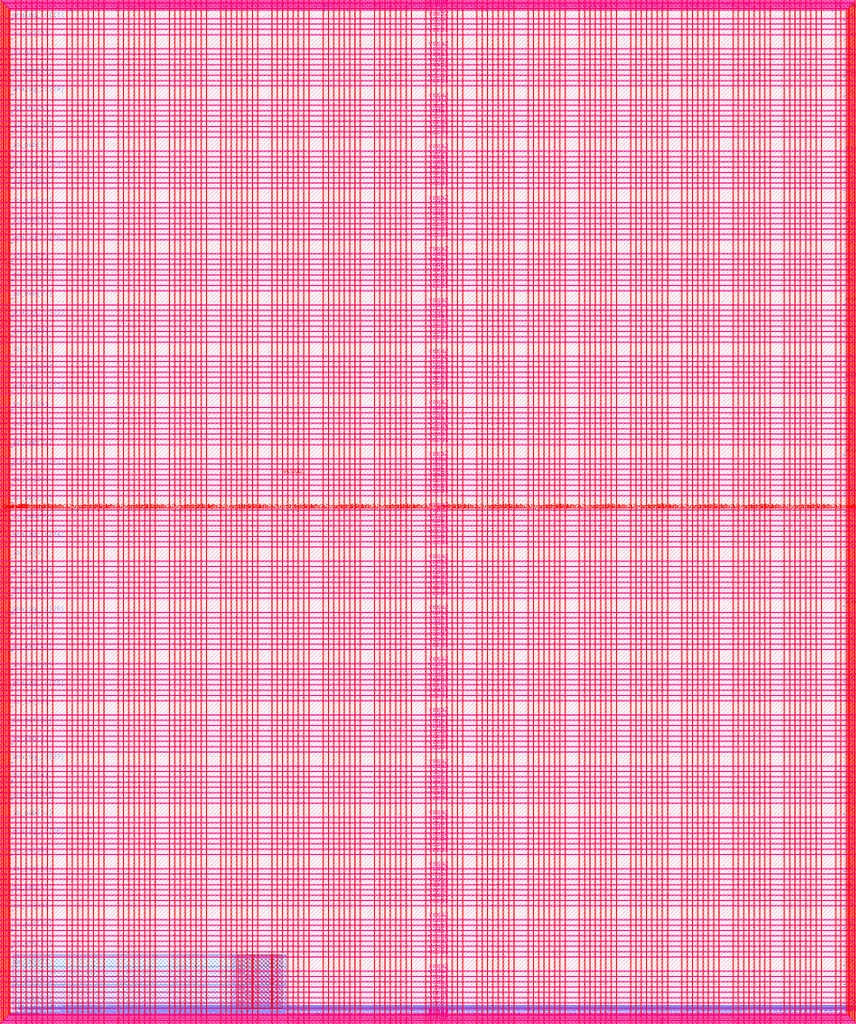
<source format=lef>
VERSION 5.7 ;
  NOWIREEXTENSIONATPIN ON ;
  DIVIDERCHAR "/" ;
  BUSBITCHARS "[]" ;
MACRO user_project_wrapper
  CLASS BLOCK ;
  FOREIGN user_project_wrapper ;
  ORIGIN 0.000 0.000 ;
  SIZE 2920.000 BY 3520.000 ;
  PIN analog_io[0]
    DIRECTION INOUT ;
    USE SIGNAL ;
    PORT
      LAYER met3 ;
        RECT 2917.600 1426.380 2924.800 1427.580 ;
    END
  END analog_io[0]
  PIN analog_io[10]
    DIRECTION INOUT ;
    USE SIGNAL ;
    PORT
      LAYER met2 ;
        RECT 2230.490 3517.600 2231.050 3524.800 ;
    END
  END analog_io[10]
  PIN analog_io[11]
    DIRECTION INOUT ;
    USE SIGNAL ;
    PORT
      LAYER met2 ;
        RECT 1905.730 3517.600 1906.290 3524.800 ;
    END
  END analog_io[11]
  PIN analog_io[12]
    DIRECTION INOUT ;
    USE SIGNAL ;
    PORT
      LAYER met2 ;
        RECT 1581.430 3517.600 1581.990 3524.800 ;
    END
  END analog_io[12]
  PIN analog_io[13]
    DIRECTION INOUT ;
    USE SIGNAL ;
    PORT
      LAYER met2 ;
        RECT 1257.130 3517.600 1257.690 3524.800 ;
    END
  END analog_io[13]
  PIN analog_io[14]
    DIRECTION INOUT ;
    USE SIGNAL ;
    PORT
      LAYER met2 ;
        RECT 932.370 3517.600 932.930 3524.800 ;
    END
  END analog_io[14]
  PIN analog_io[15]
    DIRECTION INOUT ;
    USE SIGNAL ;
    PORT
      LAYER met2 ;
        RECT 608.070 3517.600 608.630 3524.800 ;
    END
  END analog_io[15]
  PIN analog_io[16]
    DIRECTION INOUT ;
    USE SIGNAL ;
    PORT
      LAYER met2 ;
        RECT 283.770 3517.600 284.330 3524.800 ;
    END
  END analog_io[16]
  PIN analog_io[17]
    DIRECTION INOUT ;
    USE SIGNAL ;
    PORT
      LAYER met3 ;
        RECT -4.800 3486.100 2.400 3487.300 ;
    END
  END analog_io[17]
  PIN analog_io[18]
    DIRECTION INOUT ;
    USE SIGNAL ;
    PORT
      LAYER met3 ;
        RECT -4.800 3224.980 2.400 3226.180 ;
    END
  END analog_io[18]
  PIN analog_io[19]
    DIRECTION INOUT ;
    USE SIGNAL ;
    PORT
      LAYER met3 ;
        RECT -4.800 2964.540 2.400 2965.740 ;
    END
  END analog_io[19]
  PIN analog_io[1]
    DIRECTION INOUT ;
    USE SIGNAL ;
    PORT
      LAYER met3 ;
        RECT 2917.600 1692.260 2924.800 1693.460 ;
    END
  END analog_io[1]
  PIN analog_io[20]
    DIRECTION INOUT ;
    USE SIGNAL ;
    PORT
      LAYER met3 ;
        RECT -4.800 2703.420 2.400 2704.620 ;
    END
  END analog_io[20]
  PIN analog_io[21]
    DIRECTION INOUT ;
    USE SIGNAL ;
    PORT
      LAYER met3 ;
        RECT -4.800 2442.980 2.400 2444.180 ;
    END
  END analog_io[21]
  PIN analog_io[22]
    DIRECTION INOUT ;
    USE SIGNAL ;
    PORT
      LAYER met3 ;
        RECT -4.800 2182.540 2.400 2183.740 ;
    END
  END analog_io[22]
  PIN analog_io[23]
    DIRECTION INOUT ;
    USE SIGNAL ;
    PORT
      LAYER met3 ;
        RECT -4.800 1921.420 2.400 1922.620 ;
    END
  END analog_io[23]
  PIN analog_io[24]
    DIRECTION INOUT ;
    USE SIGNAL ;
    PORT
      LAYER met3 ;
        RECT -4.800 1660.980 2.400 1662.180 ;
    END
  END analog_io[24]
  PIN analog_io[25]
    DIRECTION INOUT ;
    USE SIGNAL ;
    PORT
      LAYER met3 ;
        RECT -4.800 1399.860 2.400 1401.060 ;
    END
  END analog_io[25]
  PIN analog_io[26]
    DIRECTION INOUT ;
    USE SIGNAL ;
    PORT
      LAYER met3 ;
        RECT -4.800 1139.420 2.400 1140.620 ;
    END
  END analog_io[26]
  PIN analog_io[27]
    DIRECTION INOUT ;
    USE SIGNAL ;
    PORT
      LAYER met3 ;
        RECT -4.800 878.980 2.400 880.180 ;
    END
  END analog_io[27]
  PIN analog_io[28]
    DIRECTION INOUT ;
    USE SIGNAL ;
    PORT
      LAYER met3 ;
        RECT -4.800 617.860 2.400 619.060 ;
    END
  END analog_io[28]
  PIN analog_io[2]
    DIRECTION INOUT ;
    USE SIGNAL ;
    PORT
      LAYER met3 ;
        RECT 2917.600 1958.140 2924.800 1959.340 ;
    END
  END analog_io[2]
  PIN analog_io[3]
    DIRECTION INOUT ;
    USE SIGNAL ;
    PORT
      LAYER met3 ;
        RECT 2917.600 2223.340 2924.800 2224.540 ;
    END
  END analog_io[3]
  PIN analog_io[4]
    DIRECTION INOUT ;
    USE SIGNAL ;
    PORT
      LAYER met3 ;
        RECT 2917.600 2489.220 2924.800 2490.420 ;
    END
  END analog_io[4]
  PIN analog_io[5]
    DIRECTION INOUT ;
    USE SIGNAL ;
    PORT
      LAYER met3 ;
        RECT 2917.600 2755.100 2924.800 2756.300 ;
    END
  END analog_io[5]
  PIN analog_io[6]
    DIRECTION INOUT ;
    USE SIGNAL ;
    PORT
      LAYER met3 ;
        RECT 2917.600 3020.300 2924.800 3021.500 ;
    END
  END analog_io[6]
  PIN analog_io[7]
    DIRECTION INOUT ;
    USE SIGNAL ;
    PORT
      LAYER met3 ;
        RECT 2917.600 3286.180 2924.800 3287.380 ;
    END
  END analog_io[7]
  PIN analog_io[8]
    DIRECTION INOUT ;
    USE SIGNAL ;
    PORT
      LAYER met2 ;
        RECT 2879.090 3517.600 2879.650 3524.800 ;
    END
  END analog_io[8]
  PIN analog_io[9]
    DIRECTION INOUT ;
    USE SIGNAL ;
    PORT
      LAYER met2 ;
        RECT 2554.790 3517.600 2555.350 3524.800 ;
    END
  END analog_io[9]
  PIN io_in[0]
    DIRECTION INPUT ;
    USE SIGNAL ;
    PORT
      LAYER met3 ;
        RECT 2917.600 32.380 2924.800 33.580 ;
    END
  END io_in[0]
  PIN io_in[10]
    DIRECTION INPUT ;
    USE SIGNAL ;
    PORT
      LAYER met3 ;
        RECT 2917.600 2289.980 2924.800 2291.180 ;
    END
  END io_in[10]
  PIN io_in[11]
    DIRECTION INPUT ;
    USE SIGNAL ;
    PORT
      LAYER met3 ;
        RECT 2917.600 2555.860 2924.800 2557.060 ;
    END
  END io_in[11]
  PIN io_in[12]
    DIRECTION INPUT ;
    USE SIGNAL ;
    PORT
      LAYER met3 ;
        RECT 2917.600 2821.060 2924.800 2822.260 ;
    END
  END io_in[12]
  PIN io_in[13]
    DIRECTION INPUT ;
    USE SIGNAL ;
    PORT
      LAYER met3 ;
        RECT 2917.600 3086.940 2924.800 3088.140 ;
    END
  END io_in[13]
  PIN io_in[14]
    DIRECTION INPUT ;
    USE SIGNAL ;
    PORT
      LAYER met3 ;
        RECT 2917.600 3352.820 2924.800 3354.020 ;
    END
  END io_in[14]
  PIN io_in[15]
    DIRECTION INPUT ;
    USE SIGNAL ;
    PORT
      LAYER met2 ;
        RECT 2798.130 3517.600 2798.690 3524.800 ;
    END
  END io_in[15]
  PIN io_in[16]
    DIRECTION INPUT ;
    USE SIGNAL ;
    PORT
      LAYER met2 ;
        RECT 2473.830 3517.600 2474.390 3524.800 ;
    END
  END io_in[16]
  PIN io_in[17]
    DIRECTION INPUT ;
    USE SIGNAL ;
    PORT
      LAYER met2 ;
        RECT 2149.070 3517.600 2149.630 3524.800 ;
    END
  END io_in[17]
  PIN io_in[18]
    DIRECTION INPUT ;
    USE SIGNAL ;
    PORT
      LAYER met2 ;
        RECT 1824.770 3517.600 1825.330 3524.800 ;
    END
  END io_in[18]
  PIN io_in[19]
    DIRECTION INPUT ;
    USE SIGNAL ;
    PORT
      LAYER met2 ;
        RECT 1500.470 3517.600 1501.030 3524.800 ;
    END
  END io_in[19]
  PIN io_in[1]
    DIRECTION INPUT ;
    USE SIGNAL ;
    PORT
      LAYER met3 ;
        RECT 2917.600 230.940 2924.800 232.140 ;
    END
  END io_in[1]
  PIN io_in[20]
    DIRECTION INPUT ;
    USE SIGNAL ;
    PORT
      LAYER met2 ;
        RECT 1175.710 3517.600 1176.270 3524.800 ;
    END
  END io_in[20]
  PIN io_in[21]
    DIRECTION INPUT ;
    USE SIGNAL ;
    PORT
      LAYER met2 ;
        RECT 851.410 3517.600 851.970 3524.800 ;
    END
  END io_in[21]
  PIN io_in[22]
    DIRECTION INPUT ;
    USE SIGNAL ;
    PORT
      LAYER met2 ;
        RECT 527.110 3517.600 527.670 3524.800 ;
    END
  END io_in[22]
  PIN io_in[23]
    DIRECTION INPUT ;
    USE SIGNAL ;
    PORT
      LAYER met2 ;
        RECT 202.350 3517.600 202.910 3524.800 ;
    END
  END io_in[23]
  PIN io_in[24]
    DIRECTION INPUT ;
    USE SIGNAL ;
    PORT
      LAYER met3 ;
        RECT -4.800 3420.820 2.400 3422.020 ;
    END
  END io_in[24]
  PIN io_in[25]
    DIRECTION INPUT ;
    USE SIGNAL ;
    PORT
      LAYER met3 ;
        RECT -4.800 3159.700 2.400 3160.900 ;
    END
  END io_in[25]
  PIN io_in[26]
    DIRECTION INPUT ;
    USE SIGNAL ;
    PORT
      LAYER met3 ;
        RECT -4.800 2899.260 2.400 2900.460 ;
    END
  END io_in[26]
  PIN io_in[27]
    DIRECTION INPUT ;
    USE SIGNAL ;
    PORT
      LAYER met3 ;
        RECT -4.800 2638.820 2.400 2640.020 ;
    END
  END io_in[27]
  PIN io_in[28]
    DIRECTION INPUT ;
    USE SIGNAL ;
    PORT
      LAYER met3 ;
        RECT -4.800 2377.700 2.400 2378.900 ;
    END
  END io_in[28]
  PIN io_in[29]
    DIRECTION INPUT ;
    USE SIGNAL ;
    PORT
      LAYER met3 ;
        RECT -4.800 2117.260 2.400 2118.460 ;
    END
  END io_in[29]
  PIN io_in[2]
    DIRECTION INPUT ;
    USE SIGNAL ;
    PORT
      LAYER met3 ;
        RECT 2917.600 430.180 2924.800 431.380 ;
    END
  END io_in[2]
  PIN io_in[30]
    DIRECTION INPUT ;
    USE SIGNAL ;
    PORT
      LAYER met3 ;
        RECT -4.800 1856.140 2.400 1857.340 ;
    END
  END io_in[30]
  PIN io_in[31]
    DIRECTION INPUT ;
    USE SIGNAL ;
    PORT
      LAYER met3 ;
        RECT -4.800 1595.700 2.400 1596.900 ;
    END
  END io_in[31]
  PIN io_in[32]
    DIRECTION INPUT ;
    USE SIGNAL ;
    PORT
      LAYER met3 ;
        RECT -4.800 1335.260 2.400 1336.460 ;
    END
  END io_in[32]
  PIN io_in[33]
    DIRECTION INPUT ;
    USE SIGNAL ;
    PORT
      LAYER met3 ;
        RECT -4.800 1074.140 2.400 1075.340 ;
    END
  END io_in[33]
  PIN io_in[34]
    DIRECTION INPUT ;
    USE SIGNAL ;
    PORT
      LAYER met3 ;
        RECT -4.800 813.700 2.400 814.900 ;
    END
  END io_in[34]
  PIN io_in[35]
    DIRECTION INPUT ;
    USE SIGNAL ;
    PORT
      LAYER met3 ;
        RECT -4.800 552.580 2.400 553.780 ;
    END
  END io_in[35]
  PIN io_in[36]
    DIRECTION INPUT ;
    USE SIGNAL ;
    PORT
      LAYER met3 ;
        RECT -4.800 357.420 2.400 358.620 ;
    END
  END io_in[36]
  PIN io_in[37]
    DIRECTION INPUT ;
    USE SIGNAL ;
    PORT
      LAYER met3 ;
        RECT -4.800 161.580 2.400 162.780 ;
    END
  END io_in[37]
  PIN io_in[3]
    DIRECTION INPUT ;
    USE SIGNAL ;
    PORT
      LAYER met3 ;
        RECT 2917.600 629.420 2924.800 630.620 ;
    END
  END io_in[3]
  PIN io_in[4]
    DIRECTION INPUT ;
    USE SIGNAL ;
    PORT
      LAYER met3 ;
        RECT 2917.600 828.660 2924.800 829.860 ;
    END
  END io_in[4]
  PIN io_in[5]
    DIRECTION INPUT ;
    USE SIGNAL ;
    PORT
      LAYER met3 ;
        RECT 2917.600 1027.900 2924.800 1029.100 ;
    END
  END io_in[5]
  PIN io_in[6]
    DIRECTION INPUT ;
    USE SIGNAL ;
    PORT
      LAYER met3 ;
        RECT 2917.600 1227.140 2924.800 1228.340 ;
    END
  END io_in[6]
  PIN io_in[7]
    DIRECTION INPUT ;
    USE SIGNAL ;
    PORT
      LAYER met3 ;
        RECT 2917.600 1493.020 2924.800 1494.220 ;
    END
  END io_in[7]
  PIN io_in[8]
    DIRECTION INPUT ;
    USE SIGNAL ;
    PORT
      LAYER met3 ;
        RECT 2917.600 1758.900 2924.800 1760.100 ;
    END
  END io_in[8]
  PIN io_in[9]
    DIRECTION INPUT ;
    USE SIGNAL ;
    PORT
      LAYER met3 ;
        RECT 2917.600 2024.100 2924.800 2025.300 ;
    END
  END io_in[9]
  PIN io_oeb[0]
    DIRECTION OUTPUT TRISTATE ;
    USE SIGNAL ;
    PORT
      LAYER met3 ;
        RECT 2917.600 164.980 2924.800 166.180 ;
    END
  END io_oeb[0]
  PIN io_oeb[10]
    DIRECTION OUTPUT TRISTATE ;
    USE SIGNAL ;
    PORT
      LAYER met3 ;
        RECT 2917.600 2422.580 2924.800 2423.780 ;
    END
  END io_oeb[10]
  PIN io_oeb[11]
    DIRECTION OUTPUT TRISTATE ;
    USE SIGNAL ;
    PORT
      LAYER met3 ;
        RECT 2917.600 2688.460 2924.800 2689.660 ;
    END
  END io_oeb[11]
  PIN io_oeb[12]
    DIRECTION OUTPUT TRISTATE ;
    USE SIGNAL ;
    PORT
      LAYER met3 ;
        RECT 2917.600 2954.340 2924.800 2955.540 ;
    END
  END io_oeb[12]
  PIN io_oeb[13]
    DIRECTION OUTPUT TRISTATE ;
    USE SIGNAL ;
    PORT
      LAYER met3 ;
        RECT 2917.600 3219.540 2924.800 3220.740 ;
    END
  END io_oeb[13]
  PIN io_oeb[14]
    DIRECTION OUTPUT TRISTATE ;
    USE SIGNAL ;
    PORT
      LAYER met3 ;
        RECT 2917.600 3485.420 2924.800 3486.620 ;
    END
  END io_oeb[14]
  PIN io_oeb[15]
    DIRECTION OUTPUT TRISTATE ;
    USE SIGNAL ;
    PORT
      LAYER met2 ;
        RECT 2635.750 3517.600 2636.310 3524.800 ;
    END
  END io_oeb[15]
  PIN io_oeb[16]
    DIRECTION OUTPUT TRISTATE ;
    USE SIGNAL ;
    PORT
      LAYER met2 ;
        RECT 2311.450 3517.600 2312.010 3524.800 ;
    END
  END io_oeb[16]
  PIN io_oeb[17]
    DIRECTION OUTPUT TRISTATE ;
    USE SIGNAL ;
    PORT
      LAYER met2 ;
        RECT 1987.150 3517.600 1987.710 3524.800 ;
    END
  END io_oeb[17]
  PIN io_oeb[18]
    DIRECTION OUTPUT TRISTATE ;
    USE SIGNAL ;
    PORT
      LAYER met2 ;
        RECT 1662.390 3517.600 1662.950 3524.800 ;
    END
  END io_oeb[18]
  PIN io_oeb[19]
    DIRECTION OUTPUT TRISTATE ;
    USE SIGNAL ;
    PORT
      LAYER met2 ;
        RECT 1338.090 3517.600 1338.650 3524.800 ;
    END
  END io_oeb[19]
  PIN io_oeb[1]
    DIRECTION OUTPUT TRISTATE ;
    USE SIGNAL ;
    PORT
      LAYER met3 ;
        RECT 2917.600 364.220 2924.800 365.420 ;
    END
  END io_oeb[1]
  PIN io_oeb[20]
    DIRECTION OUTPUT TRISTATE ;
    USE SIGNAL ;
    PORT
      LAYER met2 ;
        RECT 1013.790 3517.600 1014.350 3524.800 ;
    END
  END io_oeb[20]
  PIN io_oeb[21]
    DIRECTION OUTPUT TRISTATE ;
    USE SIGNAL ;
    PORT
      LAYER met2 ;
        RECT 689.030 3517.600 689.590 3524.800 ;
    END
  END io_oeb[21]
  PIN io_oeb[22]
    DIRECTION OUTPUT TRISTATE ;
    USE SIGNAL ;
    PORT
      LAYER met2 ;
        RECT 364.730 3517.600 365.290 3524.800 ;
    END
  END io_oeb[22]
  PIN io_oeb[23]
    DIRECTION OUTPUT TRISTATE ;
    USE SIGNAL ;
    PORT
      LAYER met2 ;
        RECT 40.430 3517.600 40.990 3524.800 ;
    END
  END io_oeb[23]
  PIN io_oeb[24]
    DIRECTION OUTPUT TRISTATE ;
    USE SIGNAL ;
    PORT
      LAYER met3 ;
        RECT -4.800 3290.260 2.400 3291.460 ;
    END
  END io_oeb[24]
  PIN io_oeb[25]
    DIRECTION OUTPUT TRISTATE ;
    USE SIGNAL ;
    PORT
      LAYER met3 ;
        RECT -4.800 3029.820 2.400 3031.020 ;
    END
  END io_oeb[25]
  PIN io_oeb[26]
    DIRECTION OUTPUT TRISTATE ;
    USE SIGNAL ;
    PORT
      LAYER met3 ;
        RECT -4.800 2768.700 2.400 2769.900 ;
    END
  END io_oeb[26]
  PIN io_oeb[27]
    DIRECTION OUTPUT TRISTATE ;
    USE SIGNAL ;
    PORT
      LAYER met3 ;
        RECT -4.800 2508.260 2.400 2509.460 ;
    END
  END io_oeb[27]
  PIN io_oeb[28]
    DIRECTION OUTPUT TRISTATE ;
    USE SIGNAL ;
    PORT
      LAYER met3 ;
        RECT -4.800 2247.140 2.400 2248.340 ;
    END
  END io_oeb[28]
  PIN io_oeb[29]
    DIRECTION OUTPUT TRISTATE ;
    USE SIGNAL ;
    PORT
      LAYER met3 ;
        RECT -4.800 1986.700 2.400 1987.900 ;
    END
  END io_oeb[29]
  PIN io_oeb[2]
    DIRECTION OUTPUT TRISTATE ;
    USE SIGNAL ;
    PORT
      LAYER met3 ;
        RECT 2917.600 563.460 2924.800 564.660 ;
    END
  END io_oeb[2]
  PIN io_oeb[30]
    DIRECTION OUTPUT TRISTATE ;
    USE SIGNAL ;
    PORT
      LAYER met3 ;
        RECT -4.800 1726.260 2.400 1727.460 ;
    END
  END io_oeb[30]
  PIN io_oeb[31]
    DIRECTION OUTPUT TRISTATE ;
    USE SIGNAL ;
    PORT
      LAYER met3 ;
        RECT -4.800 1465.140 2.400 1466.340 ;
    END
  END io_oeb[31]
  PIN io_oeb[32]
    DIRECTION OUTPUT TRISTATE ;
    USE SIGNAL ;
    PORT
      LAYER met3 ;
        RECT -4.800 1204.700 2.400 1205.900 ;
    END
  END io_oeb[32]
  PIN io_oeb[33]
    DIRECTION OUTPUT TRISTATE ;
    USE SIGNAL ;
    PORT
      LAYER met3 ;
        RECT -4.800 943.580 2.400 944.780 ;
    END
  END io_oeb[33]
  PIN io_oeb[34]
    DIRECTION OUTPUT TRISTATE ;
    USE SIGNAL ;
    PORT
      LAYER met3 ;
        RECT -4.800 683.140 2.400 684.340 ;
    END
  END io_oeb[34]
  PIN io_oeb[35]
    DIRECTION OUTPUT TRISTATE ;
    USE SIGNAL ;
    PORT
      LAYER met3 ;
        RECT -4.800 422.700 2.400 423.900 ;
    END
  END io_oeb[35]
  PIN io_oeb[36]
    DIRECTION OUTPUT TRISTATE ;
    USE SIGNAL ;
    PORT
      LAYER met3 ;
        RECT -4.800 226.860 2.400 228.060 ;
    END
  END io_oeb[36]
  PIN io_oeb[37]
    DIRECTION OUTPUT TRISTATE ;
    USE SIGNAL ;
    PORT
      LAYER met3 ;
        RECT -4.800 31.700 2.400 32.900 ;
    END
  END io_oeb[37]
  PIN io_oeb[3]
    DIRECTION OUTPUT TRISTATE ;
    USE SIGNAL ;
    PORT
      LAYER met3 ;
        RECT 2917.600 762.700 2924.800 763.900 ;
    END
  END io_oeb[3]
  PIN io_oeb[4]
    DIRECTION OUTPUT TRISTATE ;
    USE SIGNAL ;
    PORT
      LAYER met3 ;
        RECT 2917.600 961.940 2924.800 963.140 ;
    END
  END io_oeb[4]
  PIN io_oeb[5]
    DIRECTION OUTPUT TRISTATE ;
    USE SIGNAL ;
    PORT
      LAYER met3 ;
        RECT 2917.600 1161.180 2924.800 1162.380 ;
    END
  END io_oeb[5]
  PIN io_oeb[6]
    DIRECTION OUTPUT TRISTATE ;
    USE SIGNAL ;
    PORT
      LAYER met3 ;
        RECT 2917.600 1360.420 2924.800 1361.620 ;
    END
  END io_oeb[6]
  PIN io_oeb[7]
    DIRECTION OUTPUT TRISTATE ;
    USE SIGNAL ;
    PORT
      LAYER met3 ;
        RECT 2917.600 1625.620 2924.800 1626.820 ;
    END
  END io_oeb[7]
  PIN io_oeb[8]
    DIRECTION OUTPUT TRISTATE ;
    USE SIGNAL ;
    PORT
      LAYER met3 ;
        RECT 2917.600 1891.500 2924.800 1892.700 ;
    END
  END io_oeb[8]
  PIN io_oeb[9]
    DIRECTION OUTPUT TRISTATE ;
    USE SIGNAL ;
    PORT
      LAYER met3 ;
        RECT 2917.600 2157.380 2924.800 2158.580 ;
    END
  END io_oeb[9]
  PIN io_out[0]
    DIRECTION OUTPUT TRISTATE ;
    USE SIGNAL ;
    PORT
      LAYER met3 ;
        RECT 2917.600 98.340 2924.800 99.540 ;
    END
  END io_out[0]
  PIN io_out[10]
    DIRECTION OUTPUT TRISTATE ;
    USE SIGNAL ;
    PORT
      LAYER met3 ;
        RECT 2917.600 2356.620 2924.800 2357.820 ;
    END
  END io_out[10]
  PIN io_out[11]
    DIRECTION OUTPUT TRISTATE ;
    USE SIGNAL ;
    PORT
      LAYER met3 ;
        RECT 2917.600 2621.820 2924.800 2623.020 ;
    END
  END io_out[11]
  PIN io_out[12]
    DIRECTION OUTPUT TRISTATE ;
    USE SIGNAL ;
    PORT
      LAYER met3 ;
        RECT 2917.600 2887.700 2924.800 2888.900 ;
    END
  END io_out[12]
  PIN io_out[13]
    DIRECTION OUTPUT TRISTATE ;
    USE SIGNAL ;
    PORT
      LAYER met3 ;
        RECT 2917.600 3153.580 2924.800 3154.780 ;
    END
  END io_out[13]
  PIN io_out[14]
    DIRECTION OUTPUT TRISTATE ;
    USE SIGNAL ;
    PORT
      LAYER met3 ;
        RECT 2917.600 3418.780 2924.800 3419.980 ;
    END
  END io_out[14]
  PIN io_out[15]
    DIRECTION OUTPUT TRISTATE ;
    USE SIGNAL ;
    PORT
      LAYER met2 ;
        RECT 2717.170 3517.600 2717.730 3524.800 ;
    END
  END io_out[15]
  PIN io_out[16]
    DIRECTION OUTPUT TRISTATE ;
    USE SIGNAL ;
    PORT
      LAYER met2 ;
        RECT 2392.410 3517.600 2392.970 3524.800 ;
    END
  END io_out[16]
  PIN io_out[17]
    DIRECTION OUTPUT TRISTATE ;
    USE SIGNAL ;
    PORT
      LAYER met2 ;
        RECT 2068.110 3517.600 2068.670 3524.800 ;
    END
  END io_out[17]
  PIN io_out[18]
    DIRECTION OUTPUT TRISTATE ;
    USE SIGNAL ;
    PORT
      LAYER met2 ;
        RECT 1743.810 3517.600 1744.370 3524.800 ;
    END
  END io_out[18]
  PIN io_out[19]
    DIRECTION OUTPUT TRISTATE ;
    USE SIGNAL ;
    PORT
      LAYER met2 ;
        RECT 1419.050 3517.600 1419.610 3524.800 ;
    END
  END io_out[19]
  PIN io_out[1]
    DIRECTION OUTPUT TRISTATE ;
    USE SIGNAL ;
    PORT
      LAYER met3 ;
        RECT 2917.600 297.580 2924.800 298.780 ;
    END
  END io_out[1]
  PIN io_out[20]
    DIRECTION OUTPUT TRISTATE ;
    USE SIGNAL ;
    PORT
      LAYER met2 ;
        RECT 1094.750 3517.600 1095.310 3524.800 ;
    END
  END io_out[20]
  PIN io_out[21]
    DIRECTION OUTPUT TRISTATE ;
    USE SIGNAL ;
    PORT
      LAYER met2 ;
        RECT 770.450 3517.600 771.010 3524.800 ;
    END
  END io_out[21]
  PIN io_out[22]
    DIRECTION OUTPUT TRISTATE ;
    USE SIGNAL ;
    PORT
      LAYER met2 ;
        RECT 445.690 3517.600 446.250 3524.800 ;
    END
  END io_out[22]
  PIN io_out[23]
    DIRECTION OUTPUT TRISTATE ;
    USE SIGNAL ;
    PORT
      LAYER met2 ;
        RECT 121.390 3517.600 121.950 3524.800 ;
    END
  END io_out[23]
  PIN io_out[24]
    DIRECTION OUTPUT TRISTATE ;
    USE SIGNAL ;
    PORT
      LAYER met3 ;
        RECT -4.800 3355.540 2.400 3356.740 ;
    END
  END io_out[24]
  PIN io_out[25]
    DIRECTION OUTPUT TRISTATE ;
    USE SIGNAL ;
    PORT
      LAYER met3 ;
        RECT -4.800 3095.100 2.400 3096.300 ;
    END
  END io_out[25]
  PIN io_out[26]
    DIRECTION OUTPUT TRISTATE ;
    USE SIGNAL ;
    PORT
      LAYER met3 ;
        RECT -4.800 2833.980 2.400 2835.180 ;
    END
  END io_out[26]
  PIN io_out[27]
    DIRECTION OUTPUT TRISTATE ;
    USE SIGNAL ;
    PORT
      LAYER met3 ;
        RECT -4.800 2573.540 2.400 2574.740 ;
    END
  END io_out[27]
  PIN io_out[28]
    DIRECTION OUTPUT TRISTATE ;
    USE SIGNAL ;
    PORT
      LAYER met3 ;
        RECT -4.800 2312.420 2.400 2313.620 ;
    END
  END io_out[28]
  PIN io_out[29]
    DIRECTION OUTPUT TRISTATE ;
    USE SIGNAL ;
    PORT
      LAYER met3 ;
        RECT -4.800 2051.980 2.400 2053.180 ;
    END
  END io_out[29]
  PIN io_out[2]
    DIRECTION OUTPUT TRISTATE ;
    USE SIGNAL ;
    PORT
      LAYER met3 ;
        RECT 2917.600 496.820 2924.800 498.020 ;
    END
  END io_out[2]
  PIN io_out[30]
    DIRECTION OUTPUT TRISTATE ;
    USE SIGNAL ;
    PORT
      LAYER met3 ;
        RECT -4.800 1791.540 2.400 1792.740 ;
    END
  END io_out[30]
  PIN io_out[31]
    DIRECTION OUTPUT TRISTATE ;
    USE SIGNAL ;
    PORT
      LAYER met3 ;
        RECT -4.800 1530.420 2.400 1531.620 ;
    END
  END io_out[31]
  PIN io_out[32]
    DIRECTION OUTPUT TRISTATE ;
    USE SIGNAL ;
    PORT
      LAYER met3 ;
        RECT -4.800 1269.980 2.400 1271.180 ;
    END
  END io_out[32]
  PIN io_out[33]
    DIRECTION OUTPUT TRISTATE ;
    USE SIGNAL ;
    PORT
      LAYER met3 ;
        RECT -4.800 1008.860 2.400 1010.060 ;
    END
  END io_out[33]
  PIN io_out[34]
    DIRECTION OUTPUT TRISTATE ;
    USE SIGNAL ;
    PORT
      LAYER met3 ;
        RECT -4.800 748.420 2.400 749.620 ;
    END
  END io_out[34]
  PIN io_out[35]
    DIRECTION OUTPUT TRISTATE ;
    USE SIGNAL ;
    PORT
      LAYER met3 ;
        RECT -4.800 487.300 2.400 488.500 ;
    END
  END io_out[35]
  PIN io_out[36]
    DIRECTION OUTPUT TRISTATE ;
    USE SIGNAL ;
    PORT
      LAYER met3 ;
        RECT -4.800 292.140 2.400 293.340 ;
    END
  END io_out[36]
  PIN io_out[37]
    DIRECTION OUTPUT TRISTATE ;
    USE SIGNAL ;
    PORT
      LAYER met3 ;
        RECT -4.800 96.300 2.400 97.500 ;
    END
  END io_out[37]
  PIN io_out[3]
    DIRECTION OUTPUT TRISTATE ;
    USE SIGNAL ;
    PORT
      LAYER met3 ;
        RECT 2917.600 696.060 2924.800 697.260 ;
    END
  END io_out[3]
  PIN io_out[4]
    DIRECTION OUTPUT TRISTATE ;
    USE SIGNAL ;
    PORT
      LAYER met3 ;
        RECT 2917.600 895.300 2924.800 896.500 ;
    END
  END io_out[4]
  PIN io_out[5]
    DIRECTION OUTPUT TRISTATE ;
    USE SIGNAL ;
    PORT
      LAYER met3 ;
        RECT 2917.600 1094.540 2924.800 1095.740 ;
    END
  END io_out[5]
  PIN io_out[6]
    DIRECTION OUTPUT TRISTATE ;
    USE SIGNAL ;
    PORT
      LAYER met3 ;
        RECT 2917.600 1293.780 2924.800 1294.980 ;
    END
  END io_out[6]
  PIN io_out[7]
    DIRECTION OUTPUT TRISTATE ;
    USE SIGNAL ;
    PORT
      LAYER met3 ;
        RECT 2917.600 1559.660 2924.800 1560.860 ;
    END
  END io_out[7]
  PIN io_out[8]
    DIRECTION OUTPUT TRISTATE ;
    USE SIGNAL ;
    PORT
      LAYER met3 ;
        RECT 2917.600 1824.860 2924.800 1826.060 ;
    END
  END io_out[8]
  PIN io_out[9]
    DIRECTION OUTPUT TRISTATE ;
    USE SIGNAL ;
    PORT
      LAYER met3 ;
        RECT 2917.600 2090.740 2924.800 2091.940 ;
    END
  END io_out[9]
  PIN la_data_in[0]
    DIRECTION INPUT ;
    USE SIGNAL ;
    PORT
      LAYER met2 ;
        RECT 629.230 -4.800 629.790 2.400 ;
    END
  END la_data_in[0]
  PIN la_data_in[100]
    DIRECTION INPUT ;
    USE SIGNAL ;
    PORT
      LAYER met2 ;
        RECT 2402.530 -4.800 2403.090 2.400 ;
    END
  END la_data_in[100]
  PIN la_data_in[101]
    DIRECTION INPUT ;
    USE SIGNAL ;
    PORT
      LAYER met2 ;
        RECT 2420.010 -4.800 2420.570 2.400 ;
    END
  END la_data_in[101]
  PIN la_data_in[102]
    DIRECTION INPUT ;
    USE SIGNAL ;
    PORT
      LAYER met2 ;
        RECT 2437.950 -4.800 2438.510 2.400 ;
    END
  END la_data_in[102]
  PIN la_data_in[103]
    DIRECTION INPUT ;
    USE SIGNAL ;
    PORT
      LAYER met2 ;
        RECT 2455.430 -4.800 2455.990 2.400 ;
    END
  END la_data_in[103]
  PIN la_data_in[104]
    DIRECTION INPUT ;
    USE SIGNAL ;
    PORT
      LAYER met2 ;
        RECT 2473.370 -4.800 2473.930 2.400 ;
    END
  END la_data_in[104]
  PIN la_data_in[105]
    DIRECTION INPUT ;
    USE SIGNAL ;
    PORT
      LAYER met2 ;
        RECT 2490.850 -4.800 2491.410 2.400 ;
    END
  END la_data_in[105]
  PIN la_data_in[106]
    DIRECTION INPUT ;
    USE SIGNAL ;
    PORT
      LAYER met2 ;
        RECT 2508.790 -4.800 2509.350 2.400 ;
    END
  END la_data_in[106]
  PIN la_data_in[107]
    DIRECTION INPUT ;
    USE SIGNAL ;
    PORT
      LAYER met2 ;
        RECT 2526.730 -4.800 2527.290 2.400 ;
    END
  END la_data_in[107]
  PIN la_data_in[108]
    DIRECTION INPUT ;
    USE SIGNAL ;
    PORT
      LAYER met2 ;
        RECT 2544.210 -4.800 2544.770 2.400 ;
    END
  END la_data_in[108]
  PIN la_data_in[109]
    DIRECTION INPUT ;
    USE SIGNAL ;
    PORT
      LAYER met2 ;
        RECT 2562.150 -4.800 2562.710 2.400 ;
    END
  END la_data_in[109]
  PIN la_data_in[10]
    DIRECTION INPUT ;
    USE SIGNAL ;
    PORT
      LAYER met2 ;
        RECT 806.330 -4.800 806.890 2.400 ;
    END
  END la_data_in[10]
  PIN la_data_in[110]
    DIRECTION INPUT ;
    USE SIGNAL ;
    PORT
      LAYER met2 ;
        RECT 2579.630 -4.800 2580.190 2.400 ;
    END
  END la_data_in[110]
  PIN la_data_in[111]
    DIRECTION INPUT ;
    USE SIGNAL ;
    PORT
      LAYER met2 ;
        RECT 2597.570 -4.800 2598.130 2.400 ;
    END
  END la_data_in[111]
  PIN la_data_in[112]
    DIRECTION INPUT ;
    USE SIGNAL ;
    PORT
      LAYER met2 ;
        RECT 2615.050 -4.800 2615.610 2.400 ;
    END
  END la_data_in[112]
  PIN la_data_in[113]
    DIRECTION INPUT ;
    USE SIGNAL ;
    PORT
      LAYER met2 ;
        RECT 2632.990 -4.800 2633.550 2.400 ;
    END
  END la_data_in[113]
  PIN la_data_in[114]
    DIRECTION INPUT ;
    USE SIGNAL ;
    PORT
      LAYER met2 ;
        RECT 2650.470 -4.800 2651.030 2.400 ;
    END
  END la_data_in[114]
  PIN la_data_in[115]
    DIRECTION INPUT ;
    USE SIGNAL ;
    PORT
      LAYER met2 ;
        RECT 2668.410 -4.800 2668.970 2.400 ;
    END
  END la_data_in[115]
  PIN la_data_in[116]
    DIRECTION INPUT ;
    USE SIGNAL ;
    PORT
      LAYER met2 ;
        RECT 2685.890 -4.800 2686.450 2.400 ;
    END
  END la_data_in[116]
  PIN la_data_in[117]
    DIRECTION INPUT ;
    USE SIGNAL ;
    PORT
      LAYER met2 ;
        RECT 2703.830 -4.800 2704.390 2.400 ;
    END
  END la_data_in[117]
  PIN la_data_in[118]
    DIRECTION INPUT ;
    USE SIGNAL ;
    PORT
      LAYER met2 ;
        RECT 2721.770 -4.800 2722.330 2.400 ;
    END
  END la_data_in[118]
  PIN la_data_in[119]
    DIRECTION INPUT ;
    USE SIGNAL ;
    PORT
      LAYER met2 ;
        RECT 2739.250 -4.800 2739.810 2.400 ;
    END
  END la_data_in[119]
  PIN la_data_in[11]
    DIRECTION INPUT ;
    USE SIGNAL ;
    PORT
      LAYER met2 ;
        RECT 824.270 -4.800 824.830 2.400 ;
    END
  END la_data_in[11]
  PIN la_data_in[120]
    DIRECTION INPUT ;
    USE SIGNAL ;
    PORT
      LAYER met2 ;
        RECT 2757.190 -4.800 2757.750 2.400 ;
    END
  END la_data_in[120]
  PIN la_data_in[121]
    DIRECTION INPUT ;
    USE SIGNAL ;
    PORT
      LAYER met2 ;
        RECT 2774.670 -4.800 2775.230 2.400 ;
    END
  END la_data_in[121]
  PIN la_data_in[122]
    DIRECTION INPUT ;
    USE SIGNAL ;
    PORT
      LAYER met2 ;
        RECT 2792.610 -4.800 2793.170 2.400 ;
    END
  END la_data_in[122]
  PIN la_data_in[123]
    DIRECTION INPUT ;
    USE SIGNAL ;
    PORT
      LAYER met2 ;
        RECT 2810.090 -4.800 2810.650 2.400 ;
    END
  END la_data_in[123]
  PIN la_data_in[124]
    DIRECTION INPUT ;
    USE SIGNAL ;
    PORT
      LAYER met2 ;
        RECT 2828.030 -4.800 2828.590 2.400 ;
    END
  END la_data_in[124]
  PIN la_data_in[125]
    DIRECTION INPUT ;
    USE SIGNAL ;
    PORT
      LAYER met2 ;
        RECT 2845.510 -4.800 2846.070 2.400 ;
    END
  END la_data_in[125]
  PIN la_data_in[126]
    DIRECTION INPUT ;
    USE SIGNAL ;
    PORT
      LAYER met2 ;
        RECT 2863.450 -4.800 2864.010 2.400 ;
    END
  END la_data_in[126]
  PIN la_data_in[127]
    DIRECTION INPUT ;
    USE SIGNAL ;
    PORT
      LAYER met2 ;
        RECT 2881.390 -4.800 2881.950 2.400 ;
    END
  END la_data_in[127]
  PIN la_data_in[12]
    DIRECTION INPUT ;
    USE SIGNAL ;
    PORT
      LAYER met2 ;
        RECT 841.750 -4.800 842.310 2.400 ;
    END
  END la_data_in[12]
  PIN la_data_in[13]
    DIRECTION INPUT ;
    USE SIGNAL ;
    PORT
      LAYER met2 ;
        RECT 859.690 -4.800 860.250 2.400 ;
    END
  END la_data_in[13]
  PIN la_data_in[14]
    DIRECTION INPUT ;
    USE SIGNAL ;
    PORT
      LAYER met2 ;
        RECT 877.170 -4.800 877.730 2.400 ;
    END
  END la_data_in[14]
  PIN la_data_in[15]
    DIRECTION INPUT ;
    USE SIGNAL ;
    PORT
      LAYER met2 ;
        RECT 895.110 -4.800 895.670 2.400 ;
    END
  END la_data_in[15]
  PIN la_data_in[16]
    DIRECTION INPUT ;
    USE SIGNAL ;
    PORT
      LAYER met2 ;
        RECT 912.590 -4.800 913.150 2.400 ;
    END
  END la_data_in[16]
  PIN la_data_in[17]
    DIRECTION INPUT ;
    USE SIGNAL ;
    PORT
      LAYER met2 ;
        RECT 930.530 -4.800 931.090 2.400 ;
    END
  END la_data_in[17]
  PIN la_data_in[18]
    DIRECTION INPUT ;
    USE SIGNAL ;
    PORT
      LAYER met2 ;
        RECT 948.470 -4.800 949.030 2.400 ;
    END
  END la_data_in[18]
  PIN la_data_in[19]
    DIRECTION INPUT ;
    USE SIGNAL ;
    PORT
      LAYER met2 ;
        RECT 965.950 -4.800 966.510 2.400 ;
    END
  END la_data_in[19]
  PIN la_data_in[1]
    DIRECTION INPUT ;
    USE SIGNAL ;
    PORT
      LAYER met2 ;
        RECT 646.710 -4.800 647.270 2.400 ;
    END
  END la_data_in[1]
  PIN la_data_in[20]
    DIRECTION INPUT ;
    USE SIGNAL ;
    PORT
      LAYER met2 ;
        RECT 983.890 -4.800 984.450 2.400 ;
    END
  END la_data_in[20]
  PIN la_data_in[21]
    DIRECTION INPUT ;
    USE SIGNAL ;
    PORT
      LAYER met2 ;
        RECT 1001.370 -4.800 1001.930 2.400 ;
    END
  END la_data_in[21]
  PIN la_data_in[22]
    DIRECTION INPUT ;
    USE SIGNAL ;
    PORT
      LAYER met2 ;
        RECT 1019.310 -4.800 1019.870 2.400 ;
    END
  END la_data_in[22]
  PIN la_data_in[23]
    DIRECTION INPUT ;
    USE SIGNAL ;
    PORT
      LAYER met2 ;
        RECT 1036.790 -4.800 1037.350 2.400 ;
    END
  END la_data_in[23]
  PIN la_data_in[24]
    DIRECTION INPUT ;
    USE SIGNAL ;
    PORT
      LAYER met2 ;
        RECT 1054.730 -4.800 1055.290 2.400 ;
    END
  END la_data_in[24]
  PIN la_data_in[25]
    DIRECTION INPUT ;
    USE SIGNAL ;
    PORT
      LAYER met2 ;
        RECT 1072.210 -4.800 1072.770 2.400 ;
    END
  END la_data_in[25]
  PIN la_data_in[26]
    DIRECTION INPUT ;
    USE SIGNAL ;
    PORT
      LAYER met2 ;
        RECT 1090.150 -4.800 1090.710 2.400 ;
    END
  END la_data_in[26]
  PIN la_data_in[27]
    DIRECTION INPUT ;
    USE SIGNAL ;
    PORT
      LAYER met2 ;
        RECT 1107.630 -4.800 1108.190 2.400 ;
    END
  END la_data_in[27]
  PIN la_data_in[28]
    DIRECTION INPUT ;
    USE SIGNAL ;
    PORT
      LAYER met2 ;
        RECT 1125.570 -4.800 1126.130 2.400 ;
    END
  END la_data_in[28]
  PIN la_data_in[29]
    DIRECTION INPUT ;
    USE SIGNAL ;
    PORT
      LAYER met2 ;
        RECT 1143.510 -4.800 1144.070 2.400 ;
    END
  END la_data_in[29]
  PIN la_data_in[2]
    DIRECTION INPUT ;
    USE SIGNAL ;
    PORT
      LAYER met2 ;
        RECT 664.650 -4.800 665.210 2.400 ;
    END
  END la_data_in[2]
  PIN la_data_in[30]
    DIRECTION INPUT ;
    USE SIGNAL ;
    PORT
      LAYER met2 ;
        RECT 1160.990 -4.800 1161.550 2.400 ;
    END
  END la_data_in[30]
  PIN la_data_in[31]
    DIRECTION INPUT ;
    USE SIGNAL ;
    PORT
      LAYER met2 ;
        RECT 1178.930 -4.800 1179.490 2.400 ;
    END
  END la_data_in[31]
  PIN la_data_in[32]
    DIRECTION INPUT ;
    USE SIGNAL ;
    PORT
      LAYER met2 ;
        RECT 1196.410 -4.800 1196.970 2.400 ;
    END
  END la_data_in[32]
  PIN la_data_in[33]
    DIRECTION INPUT ;
    USE SIGNAL ;
    PORT
      LAYER met2 ;
        RECT 1214.350 -4.800 1214.910 2.400 ;
    END
  END la_data_in[33]
  PIN la_data_in[34]
    DIRECTION INPUT ;
    USE SIGNAL ;
    PORT
      LAYER met2 ;
        RECT 1231.830 -4.800 1232.390 2.400 ;
    END
  END la_data_in[34]
  PIN la_data_in[35]
    DIRECTION INPUT ;
    USE SIGNAL ;
    PORT
      LAYER met2 ;
        RECT 1249.770 -4.800 1250.330 2.400 ;
    END
  END la_data_in[35]
  PIN la_data_in[36]
    DIRECTION INPUT ;
    USE SIGNAL ;
    PORT
      LAYER met2 ;
        RECT 1267.250 -4.800 1267.810 2.400 ;
    END
  END la_data_in[36]
  PIN la_data_in[37]
    DIRECTION INPUT ;
    USE SIGNAL ;
    PORT
      LAYER met2 ;
        RECT 1285.190 -4.800 1285.750 2.400 ;
    END
  END la_data_in[37]
  PIN la_data_in[38]
    DIRECTION INPUT ;
    USE SIGNAL ;
    PORT
      LAYER met2 ;
        RECT 1303.130 -4.800 1303.690 2.400 ;
    END
  END la_data_in[38]
  PIN la_data_in[39]
    DIRECTION INPUT ;
    USE SIGNAL ;
    PORT
      LAYER met2 ;
        RECT 1320.610 -4.800 1321.170 2.400 ;
    END
  END la_data_in[39]
  PIN la_data_in[3]
    DIRECTION INPUT ;
    USE SIGNAL ;
    PORT
      LAYER met2 ;
        RECT 682.130 -4.800 682.690 2.400 ;
    END
  END la_data_in[3]
  PIN la_data_in[40]
    DIRECTION INPUT ;
    USE SIGNAL ;
    PORT
      LAYER met2 ;
        RECT 1338.550 -4.800 1339.110 2.400 ;
    END
  END la_data_in[40]
  PIN la_data_in[41]
    DIRECTION INPUT ;
    USE SIGNAL ;
    PORT
      LAYER met2 ;
        RECT 1356.030 -4.800 1356.590 2.400 ;
    END
  END la_data_in[41]
  PIN la_data_in[42]
    DIRECTION INPUT ;
    USE SIGNAL ;
    PORT
      LAYER met2 ;
        RECT 1373.970 -4.800 1374.530 2.400 ;
    END
  END la_data_in[42]
  PIN la_data_in[43]
    DIRECTION INPUT ;
    USE SIGNAL ;
    PORT
      LAYER met2 ;
        RECT 1391.450 -4.800 1392.010 2.400 ;
    END
  END la_data_in[43]
  PIN la_data_in[44]
    DIRECTION INPUT ;
    USE SIGNAL ;
    PORT
      LAYER met2 ;
        RECT 1409.390 -4.800 1409.950 2.400 ;
    END
  END la_data_in[44]
  PIN la_data_in[45]
    DIRECTION INPUT ;
    USE SIGNAL ;
    PORT
      LAYER met2 ;
        RECT 1426.870 -4.800 1427.430 2.400 ;
    END
  END la_data_in[45]
  PIN la_data_in[46]
    DIRECTION INPUT ;
    USE SIGNAL ;
    PORT
      LAYER met2 ;
        RECT 1444.810 -4.800 1445.370 2.400 ;
    END
  END la_data_in[46]
  PIN la_data_in[47]
    DIRECTION INPUT ;
    USE SIGNAL ;
    PORT
      LAYER met2 ;
        RECT 1462.750 -4.800 1463.310 2.400 ;
    END
  END la_data_in[47]
  PIN la_data_in[48]
    DIRECTION INPUT ;
    USE SIGNAL ;
    PORT
      LAYER met2 ;
        RECT 1480.230 -4.800 1480.790 2.400 ;
    END
  END la_data_in[48]
  PIN la_data_in[49]
    DIRECTION INPUT ;
    USE SIGNAL ;
    PORT
      LAYER met2 ;
        RECT 1498.170 -4.800 1498.730 2.400 ;
    END
  END la_data_in[49]
  PIN la_data_in[4]
    DIRECTION INPUT ;
    USE SIGNAL ;
    PORT
      LAYER met2 ;
        RECT 700.070 -4.800 700.630 2.400 ;
    END
  END la_data_in[4]
  PIN la_data_in[50]
    DIRECTION INPUT ;
    USE SIGNAL ;
    PORT
      LAYER met2 ;
        RECT 1515.650 -4.800 1516.210 2.400 ;
    END
  END la_data_in[50]
  PIN la_data_in[51]
    DIRECTION INPUT ;
    USE SIGNAL ;
    PORT
      LAYER met2 ;
        RECT 1533.590 -4.800 1534.150 2.400 ;
    END
  END la_data_in[51]
  PIN la_data_in[52]
    DIRECTION INPUT ;
    USE SIGNAL ;
    PORT
      LAYER met2 ;
        RECT 1551.070 -4.800 1551.630 2.400 ;
    END
  END la_data_in[52]
  PIN la_data_in[53]
    DIRECTION INPUT ;
    USE SIGNAL ;
    PORT
      LAYER met2 ;
        RECT 1569.010 -4.800 1569.570 2.400 ;
    END
  END la_data_in[53]
  PIN la_data_in[54]
    DIRECTION INPUT ;
    USE SIGNAL ;
    PORT
      LAYER met2 ;
        RECT 1586.490 -4.800 1587.050 2.400 ;
    END
  END la_data_in[54]
  PIN la_data_in[55]
    DIRECTION INPUT ;
    USE SIGNAL ;
    PORT
      LAYER met2 ;
        RECT 1604.430 -4.800 1604.990 2.400 ;
    END
  END la_data_in[55]
  PIN la_data_in[56]
    DIRECTION INPUT ;
    USE SIGNAL ;
    PORT
      LAYER met2 ;
        RECT 1621.910 -4.800 1622.470 2.400 ;
    END
  END la_data_in[56]
  PIN la_data_in[57]
    DIRECTION INPUT ;
    USE SIGNAL ;
    PORT
      LAYER met2 ;
        RECT 1639.850 -4.800 1640.410 2.400 ;
    END
  END la_data_in[57]
  PIN la_data_in[58]
    DIRECTION INPUT ;
    USE SIGNAL ;
    PORT
      LAYER met2 ;
        RECT 1657.790 -4.800 1658.350 2.400 ;
    END
  END la_data_in[58]
  PIN la_data_in[59]
    DIRECTION INPUT ;
    USE SIGNAL ;
    PORT
      LAYER met2 ;
        RECT 1675.270 -4.800 1675.830 2.400 ;
    END
  END la_data_in[59]
  PIN la_data_in[5]
    DIRECTION INPUT ;
    USE SIGNAL ;
    PORT
      LAYER met2 ;
        RECT 717.550 -4.800 718.110 2.400 ;
    END
  END la_data_in[5]
  PIN la_data_in[60]
    DIRECTION INPUT ;
    USE SIGNAL ;
    PORT
      LAYER met2 ;
        RECT 1693.210 -4.800 1693.770 2.400 ;
    END
  END la_data_in[60]
  PIN la_data_in[61]
    DIRECTION INPUT ;
    USE SIGNAL ;
    PORT
      LAYER met2 ;
        RECT 1710.690 -4.800 1711.250 2.400 ;
    END
  END la_data_in[61]
  PIN la_data_in[62]
    DIRECTION INPUT ;
    USE SIGNAL ;
    PORT
      LAYER met2 ;
        RECT 1728.630 -4.800 1729.190 2.400 ;
    END
  END la_data_in[62]
  PIN la_data_in[63]
    DIRECTION INPUT ;
    USE SIGNAL ;
    PORT
      LAYER met2 ;
        RECT 1746.110 -4.800 1746.670 2.400 ;
    END
  END la_data_in[63]
  PIN la_data_in[64]
    DIRECTION INPUT ;
    USE SIGNAL ;
    PORT
      LAYER met2 ;
        RECT 1764.050 -4.800 1764.610 2.400 ;
    END
  END la_data_in[64]
  PIN la_data_in[65]
    DIRECTION INPUT ;
    USE SIGNAL ;
    PORT
      LAYER met2 ;
        RECT 1781.530 -4.800 1782.090 2.400 ;
    END
  END la_data_in[65]
  PIN la_data_in[66]
    DIRECTION INPUT ;
    USE SIGNAL ;
    PORT
      LAYER met2 ;
        RECT 1799.470 -4.800 1800.030 2.400 ;
    END
  END la_data_in[66]
  PIN la_data_in[67]
    DIRECTION INPUT ;
    USE SIGNAL ;
    PORT
      LAYER met2 ;
        RECT 1817.410 -4.800 1817.970 2.400 ;
    END
  END la_data_in[67]
  PIN la_data_in[68]
    DIRECTION INPUT ;
    USE SIGNAL ;
    PORT
      LAYER met2 ;
        RECT 1834.890 -4.800 1835.450 2.400 ;
    END
  END la_data_in[68]
  PIN la_data_in[69]
    DIRECTION INPUT ;
    USE SIGNAL ;
    PORT
      LAYER met2 ;
        RECT 1852.830 -4.800 1853.390 2.400 ;
    END
  END la_data_in[69]
  PIN la_data_in[6]
    DIRECTION INPUT ;
    USE SIGNAL ;
    PORT
      LAYER met2 ;
        RECT 735.490 -4.800 736.050 2.400 ;
    END
  END la_data_in[6]
  PIN la_data_in[70]
    DIRECTION INPUT ;
    USE SIGNAL ;
    PORT
      LAYER met2 ;
        RECT 1870.310 -4.800 1870.870 2.400 ;
    END
  END la_data_in[70]
  PIN la_data_in[71]
    DIRECTION INPUT ;
    USE SIGNAL ;
    PORT
      LAYER met2 ;
        RECT 1888.250 -4.800 1888.810 2.400 ;
    END
  END la_data_in[71]
  PIN la_data_in[72]
    DIRECTION INPUT ;
    USE SIGNAL ;
    PORT
      LAYER met2 ;
        RECT 1905.730 -4.800 1906.290 2.400 ;
    END
  END la_data_in[72]
  PIN la_data_in[73]
    DIRECTION INPUT ;
    USE SIGNAL ;
    PORT
      LAYER met2 ;
        RECT 1923.670 -4.800 1924.230 2.400 ;
    END
  END la_data_in[73]
  PIN la_data_in[74]
    DIRECTION INPUT ;
    USE SIGNAL ;
    PORT
      LAYER met2 ;
        RECT 1941.150 -4.800 1941.710 2.400 ;
    END
  END la_data_in[74]
  PIN la_data_in[75]
    DIRECTION INPUT ;
    USE SIGNAL ;
    PORT
      LAYER met2 ;
        RECT 1959.090 -4.800 1959.650 2.400 ;
    END
  END la_data_in[75]
  PIN la_data_in[76]
    DIRECTION INPUT ;
    USE SIGNAL ;
    PORT
      LAYER met2 ;
        RECT 1976.570 -4.800 1977.130 2.400 ;
    END
  END la_data_in[76]
  PIN la_data_in[77]
    DIRECTION INPUT ;
    USE SIGNAL ;
    PORT
      LAYER met2 ;
        RECT 1994.510 -4.800 1995.070 2.400 ;
    END
  END la_data_in[77]
  PIN la_data_in[78]
    DIRECTION INPUT ;
    USE SIGNAL ;
    PORT
      LAYER met2 ;
        RECT 2012.450 -4.800 2013.010 2.400 ;
    END
  END la_data_in[78]
  PIN la_data_in[79]
    DIRECTION INPUT ;
    USE SIGNAL ;
    PORT
      LAYER met2 ;
        RECT 2029.930 -4.800 2030.490 2.400 ;
    END
  END la_data_in[79]
  PIN la_data_in[7]
    DIRECTION INPUT ;
    USE SIGNAL ;
    PORT
      LAYER met2 ;
        RECT 752.970 -4.800 753.530 2.400 ;
    END
  END la_data_in[7]
  PIN la_data_in[80]
    DIRECTION INPUT ;
    USE SIGNAL ;
    PORT
      LAYER met2 ;
        RECT 2047.870 -4.800 2048.430 2.400 ;
    END
  END la_data_in[80]
  PIN la_data_in[81]
    DIRECTION INPUT ;
    USE SIGNAL ;
    PORT
      LAYER met2 ;
        RECT 2065.350 -4.800 2065.910 2.400 ;
    END
  END la_data_in[81]
  PIN la_data_in[82]
    DIRECTION INPUT ;
    USE SIGNAL ;
    PORT
      LAYER met2 ;
        RECT 2083.290 -4.800 2083.850 2.400 ;
    END
  END la_data_in[82]
  PIN la_data_in[83]
    DIRECTION INPUT ;
    USE SIGNAL ;
    PORT
      LAYER met2 ;
        RECT 2100.770 -4.800 2101.330 2.400 ;
    END
  END la_data_in[83]
  PIN la_data_in[84]
    DIRECTION INPUT ;
    USE SIGNAL ;
    PORT
      LAYER met2 ;
        RECT 2118.710 -4.800 2119.270 2.400 ;
    END
  END la_data_in[84]
  PIN la_data_in[85]
    DIRECTION INPUT ;
    USE SIGNAL ;
    PORT
      LAYER met2 ;
        RECT 2136.190 -4.800 2136.750 2.400 ;
    END
  END la_data_in[85]
  PIN la_data_in[86]
    DIRECTION INPUT ;
    USE SIGNAL ;
    PORT
      LAYER met2 ;
        RECT 2154.130 -4.800 2154.690 2.400 ;
    END
  END la_data_in[86]
  PIN la_data_in[87]
    DIRECTION INPUT ;
    USE SIGNAL ;
    PORT
      LAYER met2 ;
        RECT 2172.070 -4.800 2172.630 2.400 ;
    END
  END la_data_in[87]
  PIN la_data_in[88]
    DIRECTION INPUT ;
    USE SIGNAL ;
    PORT
      LAYER met2 ;
        RECT 2189.550 -4.800 2190.110 2.400 ;
    END
  END la_data_in[88]
  PIN la_data_in[89]
    DIRECTION INPUT ;
    USE SIGNAL ;
    PORT
      LAYER met2 ;
        RECT 2207.490 -4.800 2208.050 2.400 ;
    END
  END la_data_in[89]
  PIN la_data_in[8]
    DIRECTION INPUT ;
    USE SIGNAL ;
    PORT
      LAYER met2 ;
        RECT 770.910 -4.800 771.470 2.400 ;
    END
  END la_data_in[8]
  PIN la_data_in[90]
    DIRECTION INPUT ;
    USE SIGNAL ;
    PORT
      LAYER met2 ;
        RECT 2224.970 -4.800 2225.530 2.400 ;
    END
  END la_data_in[90]
  PIN la_data_in[91]
    DIRECTION INPUT ;
    USE SIGNAL ;
    PORT
      LAYER met2 ;
        RECT 2242.910 -4.800 2243.470 2.400 ;
    END
  END la_data_in[91]
  PIN la_data_in[92]
    DIRECTION INPUT ;
    USE SIGNAL ;
    PORT
      LAYER met2 ;
        RECT 2260.390 -4.800 2260.950 2.400 ;
    END
  END la_data_in[92]
  PIN la_data_in[93]
    DIRECTION INPUT ;
    USE SIGNAL ;
    PORT
      LAYER met2 ;
        RECT 2278.330 -4.800 2278.890 2.400 ;
    END
  END la_data_in[93]
  PIN la_data_in[94]
    DIRECTION INPUT ;
    USE SIGNAL ;
    PORT
      LAYER met2 ;
        RECT 2295.810 -4.800 2296.370 2.400 ;
    END
  END la_data_in[94]
  PIN la_data_in[95]
    DIRECTION INPUT ;
    USE SIGNAL ;
    PORT
      LAYER met2 ;
        RECT 2313.750 -4.800 2314.310 2.400 ;
    END
  END la_data_in[95]
  PIN la_data_in[96]
    DIRECTION INPUT ;
    USE SIGNAL ;
    PORT
      LAYER met2 ;
        RECT 2331.230 -4.800 2331.790 2.400 ;
    END
  END la_data_in[96]
  PIN la_data_in[97]
    DIRECTION INPUT ;
    USE SIGNAL ;
    PORT
      LAYER met2 ;
        RECT 2349.170 -4.800 2349.730 2.400 ;
    END
  END la_data_in[97]
  PIN la_data_in[98]
    DIRECTION INPUT ;
    USE SIGNAL ;
    PORT
      LAYER met2 ;
        RECT 2367.110 -4.800 2367.670 2.400 ;
    END
  END la_data_in[98]
  PIN la_data_in[99]
    DIRECTION INPUT ;
    USE SIGNAL ;
    PORT
      LAYER met2 ;
        RECT 2384.590 -4.800 2385.150 2.400 ;
    END
  END la_data_in[99]
  PIN la_data_in[9]
    DIRECTION INPUT ;
    USE SIGNAL ;
    PORT
      LAYER met2 ;
        RECT 788.850 -4.800 789.410 2.400 ;
    END
  END la_data_in[9]
  PIN la_data_out[0]
    DIRECTION OUTPUT TRISTATE ;
    USE SIGNAL ;
    PORT
      LAYER met2 ;
        RECT 634.750 -4.800 635.310 2.400 ;
    END
  END la_data_out[0]
  PIN la_data_out[100]
    DIRECTION OUTPUT TRISTATE ;
    USE SIGNAL ;
    PORT
      LAYER met2 ;
        RECT 2408.510 -4.800 2409.070 2.400 ;
    END
  END la_data_out[100]
  PIN la_data_out[101]
    DIRECTION OUTPUT TRISTATE ;
    USE SIGNAL ;
    PORT
      LAYER met2 ;
        RECT 2425.990 -4.800 2426.550 2.400 ;
    END
  END la_data_out[101]
  PIN la_data_out[102]
    DIRECTION OUTPUT TRISTATE ;
    USE SIGNAL ;
    PORT
      LAYER met2 ;
        RECT 2443.930 -4.800 2444.490 2.400 ;
    END
  END la_data_out[102]
  PIN la_data_out[103]
    DIRECTION OUTPUT TRISTATE ;
    USE SIGNAL ;
    PORT
      LAYER met2 ;
        RECT 2461.410 -4.800 2461.970 2.400 ;
    END
  END la_data_out[103]
  PIN la_data_out[104]
    DIRECTION OUTPUT TRISTATE ;
    USE SIGNAL ;
    PORT
      LAYER met2 ;
        RECT 2479.350 -4.800 2479.910 2.400 ;
    END
  END la_data_out[104]
  PIN la_data_out[105]
    DIRECTION OUTPUT TRISTATE ;
    USE SIGNAL ;
    PORT
      LAYER met2 ;
        RECT 2496.830 -4.800 2497.390 2.400 ;
    END
  END la_data_out[105]
  PIN la_data_out[106]
    DIRECTION OUTPUT TRISTATE ;
    USE SIGNAL ;
    PORT
      LAYER met2 ;
        RECT 2514.770 -4.800 2515.330 2.400 ;
    END
  END la_data_out[106]
  PIN la_data_out[107]
    DIRECTION OUTPUT TRISTATE ;
    USE SIGNAL ;
    PORT
      LAYER met2 ;
        RECT 2532.250 -4.800 2532.810 2.400 ;
    END
  END la_data_out[107]
  PIN la_data_out[108]
    DIRECTION OUTPUT TRISTATE ;
    USE SIGNAL ;
    PORT
      LAYER met2 ;
        RECT 2550.190 -4.800 2550.750 2.400 ;
    END
  END la_data_out[108]
  PIN la_data_out[109]
    DIRECTION OUTPUT TRISTATE ;
    USE SIGNAL ;
    PORT
      LAYER met2 ;
        RECT 2567.670 -4.800 2568.230 2.400 ;
    END
  END la_data_out[109]
  PIN la_data_out[10]
    DIRECTION OUTPUT TRISTATE ;
    USE SIGNAL ;
    PORT
      LAYER met2 ;
        RECT 812.310 -4.800 812.870 2.400 ;
    END
  END la_data_out[10]
  PIN la_data_out[110]
    DIRECTION OUTPUT TRISTATE ;
    USE SIGNAL ;
    PORT
      LAYER met2 ;
        RECT 2585.610 -4.800 2586.170 2.400 ;
    END
  END la_data_out[110]
  PIN la_data_out[111]
    DIRECTION OUTPUT TRISTATE ;
    USE SIGNAL ;
    PORT
      LAYER met2 ;
        RECT 2603.550 -4.800 2604.110 2.400 ;
    END
  END la_data_out[111]
  PIN la_data_out[112]
    DIRECTION OUTPUT TRISTATE ;
    USE SIGNAL ;
    PORT
      LAYER met2 ;
        RECT 2621.030 -4.800 2621.590 2.400 ;
    END
  END la_data_out[112]
  PIN la_data_out[113]
    DIRECTION OUTPUT TRISTATE ;
    USE SIGNAL ;
    PORT
      LAYER met2 ;
        RECT 2638.970 -4.800 2639.530 2.400 ;
    END
  END la_data_out[113]
  PIN la_data_out[114]
    DIRECTION OUTPUT TRISTATE ;
    USE SIGNAL ;
    PORT
      LAYER met2 ;
        RECT 2656.450 -4.800 2657.010 2.400 ;
    END
  END la_data_out[114]
  PIN la_data_out[115]
    DIRECTION OUTPUT TRISTATE ;
    USE SIGNAL ;
    PORT
      LAYER met2 ;
        RECT 2674.390 -4.800 2674.950 2.400 ;
    END
  END la_data_out[115]
  PIN la_data_out[116]
    DIRECTION OUTPUT TRISTATE ;
    USE SIGNAL ;
    PORT
      LAYER met2 ;
        RECT 2691.870 -4.800 2692.430 2.400 ;
    END
  END la_data_out[116]
  PIN la_data_out[117]
    DIRECTION OUTPUT TRISTATE ;
    USE SIGNAL ;
    PORT
      LAYER met2 ;
        RECT 2709.810 -4.800 2710.370 2.400 ;
    END
  END la_data_out[117]
  PIN la_data_out[118]
    DIRECTION OUTPUT TRISTATE ;
    USE SIGNAL ;
    PORT
      LAYER met2 ;
        RECT 2727.290 -4.800 2727.850 2.400 ;
    END
  END la_data_out[118]
  PIN la_data_out[119]
    DIRECTION OUTPUT TRISTATE ;
    USE SIGNAL ;
    PORT
      LAYER met2 ;
        RECT 2745.230 -4.800 2745.790 2.400 ;
    END
  END la_data_out[119]
  PIN la_data_out[11]
    DIRECTION OUTPUT TRISTATE ;
    USE SIGNAL ;
    PORT
      LAYER met2 ;
        RECT 830.250 -4.800 830.810 2.400 ;
    END
  END la_data_out[11]
  PIN la_data_out[120]
    DIRECTION OUTPUT TRISTATE ;
    USE SIGNAL ;
    PORT
      LAYER met2 ;
        RECT 2763.170 -4.800 2763.730 2.400 ;
    END
  END la_data_out[120]
  PIN la_data_out[121]
    DIRECTION OUTPUT TRISTATE ;
    USE SIGNAL ;
    PORT
      LAYER met2 ;
        RECT 2780.650 -4.800 2781.210 2.400 ;
    END
  END la_data_out[121]
  PIN la_data_out[122]
    DIRECTION OUTPUT TRISTATE ;
    USE SIGNAL ;
    PORT
      LAYER met2 ;
        RECT 2798.590 -4.800 2799.150 2.400 ;
    END
  END la_data_out[122]
  PIN la_data_out[123]
    DIRECTION OUTPUT TRISTATE ;
    USE SIGNAL ;
    PORT
      LAYER met2 ;
        RECT 2816.070 -4.800 2816.630 2.400 ;
    END
  END la_data_out[123]
  PIN la_data_out[124]
    DIRECTION OUTPUT TRISTATE ;
    USE SIGNAL ;
    PORT
      LAYER met2 ;
        RECT 2834.010 -4.800 2834.570 2.400 ;
    END
  END la_data_out[124]
  PIN la_data_out[125]
    DIRECTION OUTPUT TRISTATE ;
    USE SIGNAL ;
    PORT
      LAYER met2 ;
        RECT 2851.490 -4.800 2852.050 2.400 ;
    END
  END la_data_out[125]
  PIN la_data_out[126]
    DIRECTION OUTPUT TRISTATE ;
    USE SIGNAL ;
    PORT
      LAYER met2 ;
        RECT 2869.430 -4.800 2869.990 2.400 ;
    END
  END la_data_out[126]
  PIN la_data_out[127]
    DIRECTION OUTPUT TRISTATE ;
    USE SIGNAL ;
    PORT
      LAYER met2 ;
        RECT 2886.910 -4.800 2887.470 2.400 ;
    END
  END la_data_out[127]
  PIN la_data_out[12]
    DIRECTION OUTPUT TRISTATE ;
    USE SIGNAL ;
    PORT
      LAYER met2 ;
        RECT 847.730 -4.800 848.290 2.400 ;
    END
  END la_data_out[12]
  PIN la_data_out[13]
    DIRECTION OUTPUT TRISTATE ;
    USE SIGNAL ;
    PORT
      LAYER met2 ;
        RECT 865.670 -4.800 866.230 2.400 ;
    END
  END la_data_out[13]
  PIN la_data_out[14]
    DIRECTION OUTPUT TRISTATE ;
    USE SIGNAL ;
    PORT
      LAYER met2 ;
        RECT 883.150 -4.800 883.710 2.400 ;
    END
  END la_data_out[14]
  PIN la_data_out[15]
    DIRECTION OUTPUT TRISTATE ;
    USE SIGNAL ;
    PORT
      LAYER met2 ;
        RECT 901.090 -4.800 901.650 2.400 ;
    END
  END la_data_out[15]
  PIN la_data_out[16]
    DIRECTION OUTPUT TRISTATE ;
    USE SIGNAL ;
    PORT
      LAYER met2 ;
        RECT 918.570 -4.800 919.130 2.400 ;
    END
  END la_data_out[16]
  PIN la_data_out[17]
    DIRECTION OUTPUT TRISTATE ;
    USE SIGNAL ;
    PORT
      LAYER met2 ;
        RECT 936.510 -4.800 937.070 2.400 ;
    END
  END la_data_out[17]
  PIN la_data_out[18]
    DIRECTION OUTPUT TRISTATE ;
    USE SIGNAL ;
    PORT
      LAYER met2 ;
        RECT 953.990 -4.800 954.550 2.400 ;
    END
  END la_data_out[18]
  PIN la_data_out[19]
    DIRECTION OUTPUT TRISTATE ;
    USE SIGNAL ;
    PORT
      LAYER met2 ;
        RECT 971.930 -4.800 972.490 2.400 ;
    END
  END la_data_out[19]
  PIN la_data_out[1]
    DIRECTION OUTPUT TRISTATE ;
    USE SIGNAL ;
    PORT
      LAYER met2 ;
        RECT 652.690 -4.800 653.250 2.400 ;
    END
  END la_data_out[1]
  PIN la_data_out[20]
    DIRECTION OUTPUT TRISTATE ;
    USE SIGNAL ;
    PORT
      LAYER met2 ;
        RECT 989.410 -4.800 989.970 2.400 ;
    END
  END la_data_out[20]
  PIN la_data_out[21]
    DIRECTION OUTPUT TRISTATE ;
    USE SIGNAL ;
    PORT
      LAYER met2 ;
        RECT 1007.350 -4.800 1007.910 2.400 ;
    END
  END la_data_out[21]
  PIN la_data_out[22]
    DIRECTION OUTPUT TRISTATE ;
    USE SIGNAL ;
    PORT
      LAYER met2 ;
        RECT 1025.290 -4.800 1025.850 2.400 ;
    END
  END la_data_out[22]
  PIN la_data_out[23]
    DIRECTION OUTPUT TRISTATE ;
    USE SIGNAL ;
    PORT
      LAYER met2 ;
        RECT 1042.770 -4.800 1043.330 2.400 ;
    END
  END la_data_out[23]
  PIN la_data_out[24]
    DIRECTION OUTPUT TRISTATE ;
    USE SIGNAL ;
    PORT
      LAYER met2 ;
        RECT 1060.710 -4.800 1061.270 2.400 ;
    END
  END la_data_out[24]
  PIN la_data_out[25]
    DIRECTION OUTPUT TRISTATE ;
    USE SIGNAL ;
    PORT
      LAYER met2 ;
        RECT 1078.190 -4.800 1078.750 2.400 ;
    END
  END la_data_out[25]
  PIN la_data_out[26]
    DIRECTION OUTPUT TRISTATE ;
    USE SIGNAL ;
    PORT
      LAYER met2 ;
        RECT 1096.130 -4.800 1096.690 2.400 ;
    END
  END la_data_out[26]
  PIN la_data_out[27]
    DIRECTION OUTPUT TRISTATE ;
    USE SIGNAL ;
    PORT
      LAYER met2 ;
        RECT 1113.610 -4.800 1114.170 2.400 ;
    END
  END la_data_out[27]
  PIN la_data_out[28]
    DIRECTION OUTPUT TRISTATE ;
    USE SIGNAL ;
    PORT
      LAYER met2 ;
        RECT 1131.550 -4.800 1132.110 2.400 ;
    END
  END la_data_out[28]
  PIN la_data_out[29]
    DIRECTION OUTPUT TRISTATE ;
    USE SIGNAL ;
    PORT
      LAYER met2 ;
        RECT 1149.030 -4.800 1149.590 2.400 ;
    END
  END la_data_out[29]
  PIN la_data_out[2]
    DIRECTION OUTPUT TRISTATE ;
    USE SIGNAL ;
    PORT
      LAYER met2 ;
        RECT 670.630 -4.800 671.190 2.400 ;
    END
  END la_data_out[2]
  PIN la_data_out[30]
    DIRECTION OUTPUT TRISTATE ;
    USE SIGNAL ;
    PORT
      LAYER met2 ;
        RECT 1166.970 -4.800 1167.530 2.400 ;
    END
  END la_data_out[30]
  PIN la_data_out[31]
    DIRECTION OUTPUT TRISTATE ;
    USE SIGNAL ;
    PORT
      LAYER met2 ;
        RECT 1184.910 -4.800 1185.470 2.400 ;
    END
  END la_data_out[31]
  PIN la_data_out[32]
    DIRECTION OUTPUT TRISTATE ;
    USE SIGNAL ;
    PORT
      LAYER met2 ;
        RECT 1202.390 -4.800 1202.950 2.400 ;
    END
  END la_data_out[32]
  PIN la_data_out[33]
    DIRECTION OUTPUT TRISTATE ;
    USE SIGNAL ;
    PORT
      LAYER met2 ;
        RECT 1220.330 -4.800 1220.890 2.400 ;
    END
  END la_data_out[33]
  PIN la_data_out[34]
    DIRECTION OUTPUT TRISTATE ;
    USE SIGNAL ;
    PORT
      LAYER met2 ;
        RECT 1237.810 -4.800 1238.370 2.400 ;
    END
  END la_data_out[34]
  PIN la_data_out[35]
    DIRECTION OUTPUT TRISTATE ;
    USE SIGNAL ;
    PORT
      LAYER met2 ;
        RECT 1255.750 -4.800 1256.310 2.400 ;
    END
  END la_data_out[35]
  PIN la_data_out[36]
    DIRECTION OUTPUT TRISTATE ;
    USE SIGNAL ;
    PORT
      LAYER met2 ;
        RECT 1273.230 -4.800 1273.790 2.400 ;
    END
  END la_data_out[36]
  PIN la_data_out[37]
    DIRECTION OUTPUT TRISTATE ;
    USE SIGNAL ;
    PORT
      LAYER met2 ;
        RECT 1291.170 -4.800 1291.730 2.400 ;
    END
  END la_data_out[37]
  PIN la_data_out[38]
    DIRECTION OUTPUT TRISTATE ;
    USE SIGNAL ;
    PORT
      LAYER met2 ;
        RECT 1308.650 -4.800 1309.210 2.400 ;
    END
  END la_data_out[38]
  PIN la_data_out[39]
    DIRECTION OUTPUT TRISTATE ;
    USE SIGNAL ;
    PORT
      LAYER met2 ;
        RECT 1326.590 -4.800 1327.150 2.400 ;
    END
  END la_data_out[39]
  PIN la_data_out[3]
    DIRECTION OUTPUT TRISTATE ;
    USE SIGNAL ;
    PORT
      LAYER met2 ;
        RECT 688.110 -4.800 688.670 2.400 ;
    END
  END la_data_out[3]
  PIN la_data_out[40]
    DIRECTION OUTPUT TRISTATE ;
    USE SIGNAL ;
    PORT
      LAYER met2 ;
        RECT 1344.070 -4.800 1344.630 2.400 ;
    END
  END la_data_out[40]
  PIN la_data_out[41]
    DIRECTION OUTPUT TRISTATE ;
    USE SIGNAL ;
    PORT
      LAYER met2 ;
        RECT 1362.010 -4.800 1362.570 2.400 ;
    END
  END la_data_out[41]
  PIN la_data_out[42]
    DIRECTION OUTPUT TRISTATE ;
    USE SIGNAL ;
    PORT
      LAYER met2 ;
        RECT 1379.950 -4.800 1380.510 2.400 ;
    END
  END la_data_out[42]
  PIN la_data_out[43]
    DIRECTION OUTPUT TRISTATE ;
    USE SIGNAL ;
    PORT
      LAYER met2 ;
        RECT 1397.430 -4.800 1397.990 2.400 ;
    END
  END la_data_out[43]
  PIN la_data_out[44]
    DIRECTION OUTPUT TRISTATE ;
    USE SIGNAL ;
    PORT
      LAYER met2 ;
        RECT 1415.370 -4.800 1415.930 2.400 ;
    END
  END la_data_out[44]
  PIN la_data_out[45]
    DIRECTION OUTPUT TRISTATE ;
    USE SIGNAL ;
    PORT
      LAYER met2 ;
        RECT 1432.850 -4.800 1433.410 2.400 ;
    END
  END la_data_out[45]
  PIN la_data_out[46]
    DIRECTION OUTPUT TRISTATE ;
    USE SIGNAL ;
    PORT
      LAYER met2 ;
        RECT 1450.790 -4.800 1451.350 2.400 ;
    END
  END la_data_out[46]
  PIN la_data_out[47]
    DIRECTION OUTPUT TRISTATE ;
    USE SIGNAL ;
    PORT
      LAYER met2 ;
        RECT 1468.270 -4.800 1468.830 2.400 ;
    END
  END la_data_out[47]
  PIN la_data_out[48]
    DIRECTION OUTPUT TRISTATE ;
    USE SIGNAL ;
    PORT
      LAYER met2 ;
        RECT 1486.210 -4.800 1486.770 2.400 ;
    END
  END la_data_out[48]
  PIN la_data_out[49]
    DIRECTION OUTPUT TRISTATE ;
    USE SIGNAL ;
    PORT
      LAYER met2 ;
        RECT 1503.690 -4.800 1504.250 2.400 ;
    END
  END la_data_out[49]
  PIN la_data_out[4]
    DIRECTION OUTPUT TRISTATE ;
    USE SIGNAL ;
    PORT
      LAYER met2 ;
        RECT 706.050 -4.800 706.610 2.400 ;
    END
  END la_data_out[4]
  PIN la_data_out[50]
    DIRECTION OUTPUT TRISTATE ;
    USE SIGNAL ;
    PORT
      LAYER met2 ;
        RECT 1521.630 -4.800 1522.190 2.400 ;
    END
  END la_data_out[50]
  PIN la_data_out[51]
    DIRECTION OUTPUT TRISTATE ;
    USE SIGNAL ;
    PORT
      LAYER met2 ;
        RECT 1539.570 -4.800 1540.130 2.400 ;
    END
  END la_data_out[51]
  PIN la_data_out[52]
    DIRECTION OUTPUT TRISTATE ;
    USE SIGNAL ;
    PORT
      LAYER met2 ;
        RECT 1557.050 -4.800 1557.610 2.400 ;
    END
  END la_data_out[52]
  PIN la_data_out[53]
    DIRECTION OUTPUT TRISTATE ;
    USE SIGNAL ;
    PORT
      LAYER met2 ;
        RECT 1574.990 -4.800 1575.550 2.400 ;
    END
  END la_data_out[53]
  PIN la_data_out[54]
    DIRECTION OUTPUT TRISTATE ;
    USE SIGNAL ;
    PORT
      LAYER met2 ;
        RECT 1592.470 -4.800 1593.030 2.400 ;
    END
  END la_data_out[54]
  PIN la_data_out[55]
    DIRECTION OUTPUT TRISTATE ;
    USE SIGNAL ;
    PORT
      LAYER met2 ;
        RECT 1610.410 -4.800 1610.970 2.400 ;
    END
  END la_data_out[55]
  PIN la_data_out[56]
    DIRECTION OUTPUT TRISTATE ;
    USE SIGNAL ;
    PORT
      LAYER met2 ;
        RECT 1627.890 -4.800 1628.450 2.400 ;
    END
  END la_data_out[56]
  PIN la_data_out[57]
    DIRECTION OUTPUT TRISTATE ;
    USE SIGNAL ;
    PORT
      LAYER met2 ;
        RECT 1645.830 -4.800 1646.390 2.400 ;
    END
  END la_data_out[57]
  PIN la_data_out[58]
    DIRECTION OUTPUT TRISTATE ;
    USE SIGNAL ;
    PORT
      LAYER met2 ;
        RECT 1663.310 -4.800 1663.870 2.400 ;
    END
  END la_data_out[58]
  PIN la_data_out[59]
    DIRECTION OUTPUT TRISTATE ;
    USE SIGNAL ;
    PORT
      LAYER met2 ;
        RECT 1681.250 -4.800 1681.810 2.400 ;
    END
  END la_data_out[59]
  PIN la_data_out[5]
    DIRECTION OUTPUT TRISTATE ;
    USE SIGNAL ;
    PORT
      LAYER met2 ;
        RECT 723.530 -4.800 724.090 2.400 ;
    END
  END la_data_out[5]
  PIN la_data_out[60]
    DIRECTION OUTPUT TRISTATE ;
    USE SIGNAL ;
    PORT
      LAYER met2 ;
        RECT 1699.190 -4.800 1699.750 2.400 ;
    END
  END la_data_out[60]
  PIN la_data_out[61]
    DIRECTION OUTPUT TRISTATE ;
    USE SIGNAL ;
    PORT
      LAYER met2 ;
        RECT 1716.670 -4.800 1717.230 2.400 ;
    END
  END la_data_out[61]
  PIN la_data_out[62]
    DIRECTION OUTPUT TRISTATE ;
    USE SIGNAL ;
    PORT
      LAYER met2 ;
        RECT 1734.610 -4.800 1735.170 2.400 ;
    END
  END la_data_out[62]
  PIN la_data_out[63]
    DIRECTION OUTPUT TRISTATE ;
    USE SIGNAL ;
    PORT
      LAYER met2 ;
        RECT 1752.090 -4.800 1752.650 2.400 ;
    END
  END la_data_out[63]
  PIN la_data_out[64]
    DIRECTION OUTPUT TRISTATE ;
    USE SIGNAL ;
    PORT
      LAYER met2 ;
        RECT 1770.030 -4.800 1770.590 2.400 ;
    END
  END la_data_out[64]
  PIN la_data_out[65]
    DIRECTION OUTPUT TRISTATE ;
    USE SIGNAL ;
    PORT
      LAYER met2 ;
        RECT 1787.510 -4.800 1788.070 2.400 ;
    END
  END la_data_out[65]
  PIN la_data_out[66]
    DIRECTION OUTPUT TRISTATE ;
    USE SIGNAL ;
    PORT
      LAYER met2 ;
        RECT 1805.450 -4.800 1806.010 2.400 ;
    END
  END la_data_out[66]
  PIN la_data_out[67]
    DIRECTION OUTPUT TRISTATE ;
    USE SIGNAL ;
    PORT
      LAYER met2 ;
        RECT 1822.930 -4.800 1823.490 2.400 ;
    END
  END la_data_out[67]
  PIN la_data_out[68]
    DIRECTION OUTPUT TRISTATE ;
    USE SIGNAL ;
    PORT
      LAYER met2 ;
        RECT 1840.870 -4.800 1841.430 2.400 ;
    END
  END la_data_out[68]
  PIN la_data_out[69]
    DIRECTION OUTPUT TRISTATE ;
    USE SIGNAL ;
    PORT
      LAYER met2 ;
        RECT 1858.350 -4.800 1858.910 2.400 ;
    END
  END la_data_out[69]
  PIN la_data_out[6]
    DIRECTION OUTPUT TRISTATE ;
    USE SIGNAL ;
    PORT
      LAYER met2 ;
        RECT 741.470 -4.800 742.030 2.400 ;
    END
  END la_data_out[6]
  PIN la_data_out[70]
    DIRECTION OUTPUT TRISTATE ;
    USE SIGNAL ;
    PORT
      LAYER met2 ;
        RECT 1876.290 -4.800 1876.850 2.400 ;
    END
  END la_data_out[70]
  PIN la_data_out[71]
    DIRECTION OUTPUT TRISTATE ;
    USE SIGNAL ;
    PORT
      LAYER met2 ;
        RECT 1894.230 -4.800 1894.790 2.400 ;
    END
  END la_data_out[71]
  PIN la_data_out[72]
    DIRECTION OUTPUT TRISTATE ;
    USE SIGNAL ;
    PORT
      LAYER met2 ;
        RECT 1911.710 -4.800 1912.270 2.400 ;
    END
  END la_data_out[72]
  PIN la_data_out[73]
    DIRECTION OUTPUT TRISTATE ;
    USE SIGNAL ;
    PORT
      LAYER met2 ;
        RECT 1929.650 -4.800 1930.210 2.400 ;
    END
  END la_data_out[73]
  PIN la_data_out[74]
    DIRECTION OUTPUT TRISTATE ;
    USE SIGNAL ;
    PORT
      LAYER met2 ;
        RECT 1947.130 -4.800 1947.690 2.400 ;
    END
  END la_data_out[74]
  PIN la_data_out[75]
    DIRECTION OUTPUT TRISTATE ;
    USE SIGNAL ;
    PORT
      LAYER met2 ;
        RECT 1965.070 -4.800 1965.630 2.400 ;
    END
  END la_data_out[75]
  PIN la_data_out[76]
    DIRECTION OUTPUT TRISTATE ;
    USE SIGNAL ;
    PORT
      LAYER met2 ;
        RECT 1982.550 -4.800 1983.110 2.400 ;
    END
  END la_data_out[76]
  PIN la_data_out[77]
    DIRECTION OUTPUT TRISTATE ;
    USE SIGNAL ;
    PORT
      LAYER met2 ;
        RECT 2000.490 -4.800 2001.050 2.400 ;
    END
  END la_data_out[77]
  PIN la_data_out[78]
    DIRECTION OUTPUT TRISTATE ;
    USE SIGNAL ;
    PORT
      LAYER met2 ;
        RECT 2017.970 -4.800 2018.530 2.400 ;
    END
  END la_data_out[78]
  PIN la_data_out[79]
    DIRECTION OUTPUT TRISTATE ;
    USE SIGNAL ;
    PORT
      LAYER met2 ;
        RECT 2035.910 -4.800 2036.470 2.400 ;
    END
  END la_data_out[79]
  PIN la_data_out[7]
    DIRECTION OUTPUT TRISTATE ;
    USE SIGNAL ;
    PORT
      LAYER met2 ;
        RECT 758.950 -4.800 759.510 2.400 ;
    END
  END la_data_out[7]
  PIN la_data_out[80]
    DIRECTION OUTPUT TRISTATE ;
    USE SIGNAL ;
    PORT
      LAYER met2 ;
        RECT 2053.850 -4.800 2054.410 2.400 ;
    END
  END la_data_out[80]
  PIN la_data_out[81]
    DIRECTION OUTPUT TRISTATE ;
    USE SIGNAL ;
    PORT
      LAYER met2 ;
        RECT 2071.330 -4.800 2071.890 2.400 ;
    END
  END la_data_out[81]
  PIN la_data_out[82]
    DIRECTION OUTPUT TRISTATE ;
    USE SIGNAL ;
    PORT
      LAYER met2 ;
        RECT 2089.270 -4.800 2089.830 2.400 ;
    END
  END la_data_out[82]
  PIN la_data_out[83]
    DIRECTION OUTPUT TRISTATE ;
    USE SIGNAL ;
    PORT
      LAYER met2 ;
        RECT 2106.750 -4.800 2107.310 2.400 ;
    END
  END la_data_out[83]
  PIN la_data_out[84]
    DIRECTION OUTPUT TRISTATE ;
    USE SIGNAL ;
    PORT
      LAYER met2 ;
        RECT 2124.690 -4.800 2125.250 2.400 ;
    END
  END la_data_out[84]
  PIN la_data_out[85]
    DIRECTION OUTPUT TRISTATE ;
    USE SIGNAL ;
    PORT
      LAYER met2 ;
        RECT 2142.170 -4.800 2142.730 2.400 ;
    END
  END la_data_out[85]
  PIN la_data_out[86]
    DIRECTION OUTPUT TRISTATE ;
    USE SIGNAL ;
    PORT
      LAYER met2 ;
        RECT 2160.110 -4.800 2160.670 2.400 ;
    END
  END la_data_out[86]
  PIN la_data_out[87]
    DIRECTION OUTPUT TRISTATE ;
    USE SIGNAL ;
    PORT
      LAYER met2 ;
        RECT 2177.590 -4.800 2178.150 2.400 ;
    END
  END la_data_out[87]
  PIN la_data_out[88]
    DIRECTION OUTPUT TRISTATE ;
    USE SIGNAL ;
    PORT
      LAYER met2 ;
        RECT 2195.530 -4.800 2196.090 2.400 ;
    END
  END la_data_out[88]
  PIN la_data_out[89]
    DIRECTION OUTPUT TRISTATE ;
    USE SIGNAL ;
    PORT
      LAYER met2 ;
        RECT 2213.010 -4.800 2213.570 2.400 ;
    END
  END la_data_out[89]
  PIN la_data_out[8]
    DIRECTION OUTPUT TRISTATE ;
    USE SIGNAL ;
    PORT
      LAYER met2 ;
        RECT 776.890 -4.800 777.450 2.400 ;
    END
  END la_data_out[8]
  PIN la_data_out[90]
    DIRECTION OUTPUT TRISTATE ;
    USE SIGNAL ;
    PORT
      LAYER met2 ;
        RECT 2230.950 -4.800 2231.510 2.400 ;
    END
  END la_data_out[90]
  PIN la_data_out[91]
    DIRECTION OUTPUT TRISTATE ;
    USE SIGNAL ;
    PORT
      LAYER met2 ;
        RECT 2248.890 -4.800 2249.450 2.400 ;
    END
  END la_data_out[91]
  PIN la_data_out[92]
    DIRECTION OUTPUT TRISTATE ;
    USE SIGNAL ;
    PORT
      LAYER met2 ;
        RECT 2266.370 -4.800 2266.930 2.400 ;
    END
  END la_data_out[92]
  PIN la_data_out[93]
    DIRECTION OUTPUT TRISTATE ;
    USE SIGNAL ;
    PORT
      LAYER met2 ;
        RECT 2284.310 -4.800 2284.870 2.400 ;
    END
  END la_data_out[93]
  PIN la_data_out[94]
    DIRECTION OUTPUT TRISTATE ;
    USE SIGNAL ;
    PORT
      LAYER met2 ;
        RECT 2301.790 -4.800 2302.350 2.400 ;
    END
  END la_data_out[94]
  PIN la_data_out[95]
    DIRECTION OUTPUT TRISTATE ;
    USE SIGNAL ;
    PORT
      LAYER met2 ;
        RECT 2319.730 -4.800 2320.290 2.400 ;
    END
  END la_data_out[95]
  PIN la_data_out[96]
    DIRECTION OUTPUT TRISTATE ;
    USE SIGNAL ;
    PORT
      LAYER met2 ;
        RECT 2337.210 -4.800 2337.770 2.400 ;
    END
  END la_data_out[96]
  PIN la_data_out[97]
    DIRECTION OUTPUT TRISTATE ;
    USE SIGNAL ;
    PORT
      LAYER met2 ;
        RECT 2355.150 -4.800 2355.710 2.400 ;
    END
  END la_data_out[97]
  PIN la_data_out[98]
    DIRECTION OUTPUT TRISTATE ;
    USE SIGNAL ;
    PORT
      LAYER met2 ;
        RECT 2372.630 -4.800 2373.190 2.400 ;
    END
  END la_data_out[98]
  PIN la_data_out[99]
    DIRECTION OUTPUT TRISTATE ;
    USE SIGNAL ;
    PORT
      LAYER met2 ;
        RECT 2390.570 -4.800 2391.130 2.400 ;
    END
  END la_data_out[99]
  PIN la_data_out[9]
    DIRECTION OUTPUT TRISTATE ;
    USE SIGNAL ;
    PORT
      LAYER met2 ;
        RECT 794.370 -4.800 794.930 2.400 ;
    END
  END la_data_out[9]
  PIN la_oenb[0]
    DIRECTION INPUT ;
    USE SIGNAL ;
    PORT
      LAYER met2 ;
        RECT 640.730 -4.800 641.290 2.400 ;
    END
  END la_oenb[0]
  PIN la_oenb[100]
    DIRECTION INPUT ;
    USE SIGNAL ;
    PORT
      LAYER met2 ;
        RECT 2414.030 -4.800 2414.590 2.400 ;
    END
  END la_oenb[100]
  PIN la_oenb[101]
    DIRECTION INPUT ;
    USE SIGNAL ;
    PORT
      LAYER met2 ;
        RECT 2431.970 -4.800 2432.530 2.400 ;
    END
  END la_oenb[101]
  PIN la_oenb[102]
    DIRECTION INPUT ;
    USE SIGNAL ;
    PORT
      LAYER met2 ;
        RECT 2449.450 -4.800 2450.010 2.400 ;
    END
  END la_oenb[102]
  PIN la_oenb[103]
    DIRECTION INPUT ;
    USE SIGNAL ;
    PORT
      LAYER met2 ;
        RECT 2467.390 -4.800 2467.950 2.400 ;
    END
  END la_oenb[103]
  PIN la_oenb[104]
    DIRECTION INPUT ;
    USE SIGNAL ;
    PORT
      LAYER met2 ;
        RECT 2485.330 -4.800 2485.890 2.400 ;
    END
  END la_oenb[104]
  PIN la_oenb[105]
    DIRECTION INPUT ;
    USE SIGNAL ;
    PORT
      LAYER met2 ;
        RECT 2502.810 -4.800 2503.370 2.400 ;
    END
  END la_oenb[105]
  PIN la_oenb[106]
    DIRECTION INPUT ;
    USE SIGNAL ;
    PORT
      LAYER met2 ;
        RECT 2520.750 -4.800 2521.310 2.400 ;
    END
  END la_oenb[106]
  PIN la_oenb[107]
    DIRECTION INPUT ;
    USE SIGNAL ;
    PORT
      LAYER met2 ;
        RECT 2538.230 -4.800 2538.790 2.400 ;
    END
  END la_oenb[107]
  PIN la_oenb[108]
    DIRECTION INPUT ;
    USE SIGNAL ;
    PORT
      LAYER met2 ;
        RECT 2556.170 -4.800 2556.730 2.400 ;
    END
  END la_oenb[108]
  PIN la_oenb[109]
    DIRECTION INPUT ;
    USE SIGNAL ;
    PORT
      LAYER met2 ;
        RECT 2573.650 -4.800 2574.210 2.400 ;
    END
  END la_oenb[109]
  PIN la_oenb[10]
    DIRECTION INPUT ;
    USE SIGNAL ;
    PORT
      LAYER met2 ;
        RECT 818.290 -4.800 818.850 2.400 ;
    END
  END la_oenb[10]
  PIN la_oenb[110]
    DIRECTION INPUT ;
    USE SIGNAL ;
    PORT
      LAYER met2 ;
        RECT 2591.590 -4.800 2592.150 2.400 ;
    END
  END la_oenb[110]
  PIN la_oenb[111]
    DIRECTION INPUT ;
    USE SIGNAL ;
    PORT
      LAYER met2 ;
        RECT 2609.070 -4.800 2609.630 2.400 ;
    END
  END la_oenb[111]
  PIN la_oenb[112]
    DIRECTION INPUT ;
    USE SIGNAL ;
    PORT
      LAYER met2 ;
        RECT 2627.010 -4.800 2627.570 2.400 ;
    END
  END la_oenb[112]
  PIN la_oenb[113]
    DIRECTION INPUT ;
    USE SIGNAL ;
    PORT
      LAYER met2 ;
        RECT 2644.950 -4.800 2645.510 2.400 ;
    END
  END la_oenb[113]
  PIN la_oenb[114]
    DIRECTION INPUT ;
    USE SIGNAL ;
    PORT
      LAYER met2 ;
        RECT 2662.430 -4.800 2662.990 2.400 ;
    END
  END la_oenb[114]
  PIN la_oenb[115]
    DIRECTION INPUT ;
    USE SIGNAL ;
    PORT
      LAYER met2 ;
        RECT 2680.370 -4.800 2680.930 2.400 ;
    END
  END la_oenb[115]
  PIN la_oenb[116]
    DIRECTION INPUT ;
    USE SIGNAL ;
    PORT
      LAYER met2 ;
        RECT 2697.850 -4.800 2698.410 2.400 ;
    END
  END la_oenb[116]
  PIN la_oenb[117]
    DIRECTION INPUT ;
    USE SIGNAL ;
    PORT
      LAYER met2 ;
        RECT 2715.790 -4.800 2716.350 2.400 ;
    END
  END la_oenb[117]
  PIN la_oenb[118]
    DIRECTION INPUT ;
    USE SIGNAL ;
    PORT
      LAYER met2 ;
        RECT 2733.270 -4.800 2733.830 2.400 ;
    END
  END la_oenb[118]
  PIN la_oenb[119]
    DIRECTION INPUT ;
    USE SIGNAL ;
    PORT
      LAYER met2 ;
        RECT 2751.210 -4.800 2751.770 2.400 ;
    END
  END la_oenb[119]
  PIN la_oenb[11]
    DIRECTION INPUT ;
    USE SIGNAL ;
    PORT
      LAYER met2 ;
        RECT 835.770 -4.800 836.330 2.400 ;
    END
  END la_oenb[11]
  PIN la_oenb[120]
    DIRECTION INPUT ;
    USE SIGNAL ;
    PORT
      LAYER met2 ;
        RECT 2768.690 -4.800 2769.250 2.400 ;
    END
  END la_oenb[120]
  PIN la_oenb[121]
    DIRECTION INPUT ;
    USE SIGNAL ;
    PORT
      LAYER met2 ;
        RECT 2786.630 -4.800 2787.190 2.400 ;
    END
  END la_oenb[121]
  PIN la_oenb[122]
    DIRECTION INPUT ;
    USE SIGNAL ;
    PORT
      LAYER met2 ;
        RECT 2804.110 -4.800 2804.670 2.400 ;
    END
  END la_oenb[122]
  PIN la_oenb[123]
    DIRECTION INPUT ;
    USE SIGNAL ;
    PORT
      LAYER met2 ;
        RECT 2822.050 -4.800 2822.610 2.400 ;
    END
  END la_oenb[123]
  PIN la_oenb[124]
    DIRECTION INPUT ;
    USE SIGNAL ;
    PORT
      LAYER met2 ;
        RECT 2839.990 -4.800 2840.550 2.400 ;
    END
  END la_oenb[124]
  PIN la_oenb[125]
    DIRECTION INPUT ;
    USE SIGNAL ;
    PORT
      LAYER met2 ;
        RECT 2857.470 -4.800 2858.030 2.400 ;
    END
  END la_oenb[125]
  PIN la_oenb[126]
    DIRECTION INPUT ;
    USE SIGNAL ;
    PORT
      LAYER met2 ;
        RECT 2875.410 -4.800 2875.970 2.400 ;
    END
  END la_oenb[126]
  PIN la_oenb[127]
    DIRECTION INPUT ;
    USE SIGNAL ;
    PORT
      LAYER met2 ;
        RECT 2892.890 -4.800 2893.450 2.400 ;
    END
  END la_oenb[127]
  PIN la_oenb[12]
    DIRECTION INPUT ;
    USE SIGNAL ;
    PORT
      LAYER met2 ;
        RECT 853.710 -4.800 854.270 2.400 ;
    END
  END la_oenb[12]
  PIN la_oenb[13]
    DIRECTION INPUT ;
    USE SIGNAL ;
    PORT
      LAYER met2 ;
        RECT 871.190 -4.800 871.750 2.400 ;
    END
  END la_oenb[13]
  PIN la_oenb[14]
    DIRECTION INPUT ;
    USE SIGNAL ;
    PORT
      LAYER met2 ;
        RECT 889.130 -4.800 889.690 2.400 ;
    END
  END la_oenb[14]
  PIN la_oenb[15]
    DIRECTION INPUT ;
    USE SIGNAL ;
    PORT
      LAYER met2 ;
        RECT 907.070 -4.800 907.630 2.400 ;
    END
  END la_oenb[15]
  PIN la_oenb[16]
    DIRECTION INPUT ;
    USE SIGNAL ;
    PORT
      LAYER met2 ;
        RECT 924.550 -4.800 925.110 2.400 ;
    END
  END la_oenb[16]
  PIN la_oenb[17]
    DIRECTION INPUT ;
    USE SIGNAL ;
    PORT
      LAYER met2 ;
        RECT 942.490 -4.800 943.050 2.400 ;
    END
  END la_oenb[17]
  PIN la_oenb[18]
    DIRECTION INPUT ;
    USE SIGNAL ;
    PORT
      LAYER met2 ;
        RECT 959.970 -4.800 960.530 2.400 ;
    END
  END la_oenb[18]
  PIN la_oenb[19]
    DIRECTION INPUT ;
    USE SIGNAL ;
    PORT
      LAYER met2 ;
        RECT 977.910 -4.800 978.470 2.400 ;
    END
  END la_oenb[19]
  PIN la_oenb[1]
    DIRECTION INPUT ;
    USE SIGNAL ;
    PORT
      LAYER met2 ;
        RECT 658.670 -4.800 659.230 2.400 ;
    END
  END la_oenb[1]
  PIN la_oenb[20]
    DIRECTION INPUT ;
    USE SIGNAL ;
    PORT
      LAYER met2 ;
        RECT 995.390 -4.800 995.950 2.400 ;
    END
  END la_oenb[20]
  PIN la_oenb[21]
    DIRECTION INPUT ;
    USE SIGNAL ;
    PORT
      LAYER met2 ;
        RECT 1013.330 -4.800 1013.890 2.400 ;
    END
  END la_oenb[21]
  PIN la_oenb[22]
    DIRECTION INPUT ;
    USE SIGNAL ;
    PORT
      LAYER met2 ;
        RECT 1030.810 -4.800 1031.370 2.400 ;
    END
  END la_oenb[22]
  PIN la_oenb[23]
    DIRECTION INPUT ;
    USE SIGNAL ;
    PORT
      LAYER met2 ;
        RECT 1048.750 -4.800 1049.310 2.400 ;
    END
  END la_oenb[23]
  PIN la_oenb[24]
    DIRECTION INPUT ;
    USE SIGNAL ;
    PORT
      LAYER met2 ;
        RECT 1066.690 -4.800 1067.250 2.400 ;
    END
  END la_oenb[24]
  PIN la_oenb[25]
    DIRECTION INPUT ;
    USE SIGNAL ;
    PORT
      LAYER met2 ;
        RECT 1084.170 -4.800 1084.730 2.400 ;
    END
  END la_oenb[25]
  PIN la_oenb[26]
    DIRECTION INPUT ;
    USE SIGNAL ;
    PORT
      LAYER met2 ;
        RECT 1102.110 -4.800 1102.670 2.400 ;
    END
  END la_oenb[26]
  PIN la_oenb[27]
    DIRECTION INPUT ;
    USE SIGNAL ;
    PORT
      LAYER met2 ;
        RECT 1119.590 -4.800 1120.150 2.400 ;
    END
  END la_oenb[27]
  PIN la_oenb[28]
    DIRECTION INPUT ;
    USE SIGNAL ;
    PORT
      LAYER met2 ;
        RECT 1137.530 -4.800 1138.090 2.400 ;
    END
  END la_oenb[28]
  PIN la_oenb[29]
    DIRECTION INPUT ;
    USE SIGNAL ;
    PORT
      LAYER met2 ;
        RECT 1155.010 -4.800 1155.570 2.400 ;
    END
  END la_oenb[29]
  PIN la_oenb[2]
    DIRECTION INPUT ;
    USE SIGNAL ;
    PORT
      LAYER met2 ;
        RECT 676.150 -4.800 676.710 2.400 ;
    END
  END la_oenb[2]
  PIN la_oenb[30]
    DIRECTION INPUT ;
    USE SIGNAL ;
    PORT
      LAYER met2 ;
        RECT 1172.950 -4.800 1173.510 2.400 ;
    END
  END la_oenb[30]
  PIN la_oenb[31]
    DIRECTION INPUT ;
    USE SIGNAL ;
    PORT
      LAYER met2 ;
        RECT 1190.430 -4.800 1190.990 2.400 ;
    END
  END la_oenb[31]
  PIN la_oenb[32]
    DIRECTION INPUT ;
    USE SIGNAL ;
    PORT
      LAYER met2 ;
        RECT 1208.370 -4.800 1208.930 2.400 ;
    END
  END la_oenb[32]
  PIN la_oenb[33]
    DIRECTION INPUT ;
    USE SIGNAL ;
    PORT
      LAYER met2 ;
        RECT 1225.850 -4.800 1226.410 2.400 ;
    END
  END la_oenb[33]
  PIN la_oenb[34]
    DIRECTION INPUT ;
    USE SIGNAL ;
    PORT
      LAYER met2 ;
        RECT 1243.790 -4.800 1244.350 2.400 ;
    END
  END la_oenb[34]
  PIN la_oenb[35]
    DIRECTION INPUT ;
    USE SIGNAL ;
    PORT
      LAYER met2 ;
        RECT 1261.730 -4.800 1262.290 2.400 ;
    END
  END la_oenb[35]
  PIN la_oenb[36]
    DIRECTION INPUT ;
    USE SIGNAL ;
    PORT
      LAYER met2 ;
        RECT 1279.210 -4.800 1279.770 2.400 ;
    END
  END la_oenb[36]
  PIN la_oenb[37]
    DIRECTION INPUT ;
    USE SIGNAL ;
    PORT
      LAYER met2 ;
        RECT 1297.150 -4.800 1297.710 2.400 ;
    END
  END la_oenb[37]
  PIN la_oenb[38]
    DIRECTION INPUT ;
    USE SIGNAL ;
    PORT
      LAYER met2 ;
        RECT 1314.630 -4.800 1315.190 2.400 ;
    END
  END la_oenb[38]
  PIN la_oenb[39]
    DIRECTION INPUT ;
    USE SIGNAL ;
    PORT
      LAYER met2 ;
        RECT 1332.570 -4.800 1333.130 2.400 ;
    END
  END la_oenb[39]
  PIN la_oenb[3]
    DIRECTION INPUT ;
    USE SIGNAL ;
    PORT
      LAYER met2 ;
        RECT 694.090 -4.800 694.650 2.400 ;
    END
  END la_oenb[3]
  PIN la_oenb[40]
    DIRECTION INPUT ;
    USE SIGNAL ;
    PORT
      LAYER met2 ;
        RECT 1350.050 -4.800 1350.610 2.400 ;
    END
  END la_oenb[40]
  PIN la_oenb[41]
    DIRECTION INPUT ;
    USE SIGNAL ;
    PORT
      LAYER met2 ;
        RECT 1367.990 -4.800 1368.550 2.400 ;
    END
  END la_oenb[41]
  PIN la_oenb[42]
    DIRECTION INPUT ;
    USE SIGNAL ;
    PORT
      LAYER met2 ;
        RECT 1385.470 -4.800 1386.030 2.400 ;
    END
  END la_oenb[42]
  PIN la_oenb[43]
    DIRECTION INPUT ;
    USE SIGNAL ;
    PORT
      LAYER met2 ;
        RECT 1403.410 -4.800 1403.970 2.400 ;
    END
  END la_oenb[43]
  PIN la_oenb[44]
    DIRECTION INPUT ;
    USE SIGNAL ;
    PORT
      LAYER met2 ;
        RECT 1421.350 -4.800 1421.910 2.400 ;
    END
  END la_oenb[44]
  PIN la_oenb[45]
    DIRECTION INPUT ;
    USE SIGNAL ;
    PORT
      LAYER met2 ;
        RECT 1438.830 -4.800 1439.390 2.400 ;
    END
  END la_oenb[45]
  PIN la_oenb[46]
    DIRECTION INPUT ;
    USE SIGNAL ;
    PORT
      LAYER met2 ;
        RECT 1456.770 -4.800 1457.330 2.400 ;
    END
  END la_oenb[46]
  PIN la_oenb[47]
    DIRECTION INPUT ;
    USE SIGNAL ;
    PORT
      LAYER met2 ;
        RECT 1474.250 -4.800 1474.810 2.400 ;
    END
  END la_oenb[47]
  PIN la_oenb[48]
    DIRECTION INPUT ;
    USE SIGNAL ;
    PORT
      LAYER met2 ;
        RECT 1492.190 -4.800 1492.750 2.400 ;
    END
  END la_oenb[48]
  PIN la_oenb[49]
    DIRECTION INPUT ;
    USE SIGNAL ;
    PORT
      LAYER met2 ;
        RECT 1509.670 -4.800 1510.230 2.400 ;
    END
  END la_oenb[49]
  PIN la_oenb[4]
    DIRECTION INPUT ;
    USE SIGNAL ;
    PORT
      LAYER met2 ;
        RECT 712.030 -4.800 712.590 2.400 ;
    END
  END la_oenb[4]
  PIN la_oenb[50]
    DIRECTION INPUT ;
    USE SIGNAL ;
    PORT
      LAYER met2 ;
        RECT 1527.610 -4.800 1528.170 2.400 ;
    END
  END la_oenb[50]
  PIN la_oenb[51]
    DIRECTION INPUT ;
    USE SIGNAL ;
    PORT
      LAYER met2 ;
        RECT 1545.090 -4.800 1545.650 2.400 ;
    END
  END la_oenb[51]
  PIN la_oenb[52]
    DIRECTION INPUT ;
    USE SIGNAL ;
    PORT
      LAYER met2 ;
        RECT 1563.030 -4.800 1563.590 2.400 ;
    END
  END la_oenb[52]
  PIN la_oenb[53]
    DIRECTION INPUT ;
    USE SIGNAL ;
    PORT
      LAYER met2 ;
        RECT 1580.970 -4.800 1581.530 2.400 ;
    END
  END la_oenb[53]
  PIN la_oenb[54]
    DIRECTION INPUT ;
    USE SIGNAL ;
    PORT
      LAYER met2 ;
        RECT 1598.450 -4.800 1599.010 2.400 ;
    END
  END la_oenb[54]
  PIN la_oenb[55]
    DIRECTION INPUT ;
    USE SIGNAL ;
    PORT
      LAYER met2 ;
        RECT 1616.390 -4.800 1616.950 2.400 ;
    END
  END la_oenb[55]
  PIN la_oenb[56]
    DIRECTION INPUT ;
    USE SIGNAL ;
    PORT
      LAYER met2 ;
        RECT 1633.870 -4.800 1634.430 2.400 ;
    END
  END la_oenb[56]
  PIN la_oenb[57]
    DIRECTION INPUT ;
    USE SIGNAL ;
    PORT
      LAYER met2 ;
        RECT 1651.810 -4.800 1652.370 2.400 ;
    END
  END la_oenb[57]
  PIN la_oenb[58]
    DIRECTION INPUT ;
    USE SIGNAL ;
    PORT
      LAYER met2 ;
        RECT 1669.290 -4.800 1669.850 2.400 ;
    END
  END la_oenb[58]
  PIN la_oenb[59]
    DIRECTION INPUT ;
    USE SIGNAL ;
    PORT
      LAYER met2 ;
        RECT 1687.230 -4.800 1687.790 2.400 ;
    END
  END la_oenb[59]
  PIN la_oenb[5]
    DIRECTION INPUT ;
    USE SIGNAL ;
    PORT
      LAYER met2 ;
        RECT 729.510 -4.800 730.070 2.400 ;
    END
  END la_oenb[5]
  PIN la_oenb[60]
    DIRECTION INPUT ;
    USE SIGNAL ;
    PORT
      LAYER met2 ;
        RECT 1704.710 -4.800 1705.270 2.400 ;
    END
  END la_oenb[60]
  PIN la_oenb[61]
    DIRECTION INPUT ;
    USE SIGNAL ;
    PORT
      LAYER met2 ;
        RECT 1722.650 -4.800 1723.210 2.400 ;
    END
  END la_oenb[61]
  PIN la_oenb[62]
    DIRECTION INPUT ;
    USE SIGNAL ;
    PORT
      LAYER met2 ;
        RECT 1740.130 -4.800 1740.690 2.400 ;
    END
  END la_oenb[62]
  PIN la_oenb[63]
    DIRECTION INPUT ;
    USE SIGNAL ;
    PORT
      LAYER met2 ;
        RECT 1758.070 -4.800 1758.630 2.400 ;
    END
  END la_oenb[63]
  PIN la_oenb[64]
    DIRECTION INPUT ;
    USE SIGNAL ;
    PORT
      LAYER met2 ;
        RECT 1776.010 -4.800 1776.570 2.400 ;
    END
  END la_oenb[64]
  PIN la_oenb[65]
    DIRECTION INPUT ;
    USE SIGNAL ;
    PORT
      LAYER met2 ;
        RECT 1793.490 -4.800 1794.050 2.400 ;
    END
  END la_oenb[65]
  PIN la_oenb[66]
    DIRECTION INPUT ;
    USE SIGNAL ;
    PORT
      LAYER met2 ;
        RECT 1811.430 -4.800 1811.990 2.400 ;
    END
  END la_oenb[66]
  PIN la_oenb[67]
    DIRECTION INPUT ;
    USE SIGNAL ;
    PORT
      LAYER met2 ;
        RECT 1828.910 -4.800 1829.470 2.400 ;
    END
  END la_oenb[67]
  PIN la_oenb[68]
    DIRECTION INPUT ;
    USE SIGNAL ;
    PORT
      LAYER met2 ;
        RECT 1846.850 -4.800 1847.410 2.400 ;
    END
  END la_oenb[68]
  PIN la_oenb[69]
    DIRECTION INPUT ;
    USE SIGNAL ;
    PORT
      LAYER met2 ;
        RECT 1864.330 -4.800 1864.890 2.400 ;
    END
  END la_oenb[69]
  PIN la_oenb[6]
    DIRECTION INPUT ;
    USE SIGNAL ;
    PORT
      LAYER met2 ;
        RECT 747.450 -4.800 748.010 2.400 ;
    END
  END la_oenb[6]
  PIN la_oenb[70]
    DIRECTION INPUT ;
    USE SIGNAL ;
    PORT
      LAYER met2 ;
        RECT 1882.270 -4.800 1882.830 2.400 ;
    END
  END la_oenb[70]
  PIN la_oenb[71]
    DIRECTION INPUT ;
    USE SIGNAL ;
    PORT
      LAYER met2 ;
        RECT 1899.750 -4.800 1900.310 2.400 ;
    END
  END la_oenb[71]
  PIN la_oenb[72]
    DIRECTION INPUT ;
    USE SIGNAL ;
    PORT
      LAYER met2 ;
        RECT 1917.690 -4.800 1918.250 2.400 ;
    END
  END la_oenb[72]
  PIN la_oenb[73]
    DIRECTION INPUT ;
    USE SIGNAL ;
    PORT
      LAYER met2 ;
        RECT 1935.630 -4.800 1936.190 2.400 ;
    END
  END la_oenb[73]
  PIN la_oenb[74]
    DIRECTION INPUT ;
    USE SIGNAL ;
    PORT
      LAYER met2 ;
        RECT 1953.110 -4.800 1953.670 2.400 ;
    END
  END la_oenb[74]
  PIN la_oenb[75]
    DIRECTION INPUT ;
    USE SIGNAL ;
    PORT
      LAYER met2 ;
        RECT 1971.050 -4.800 1971.610 2.400 ;
    END
  END la_oenb[75]
  PIN la_oenb[76]
    DIRECTION INPUT ;
    USE SIGNAL ;
    PORT
      LAYER met2 ;
        RECT 1988.530 -4.800 1989.090 2.400 ;
    END
  END la_oenb[76]
  PIN la_oenb[77]
    DIRECTION INPUT ;
    USE SIGNAL ;
    PORT
      LAYER met2 ;
        RECT 2006.470 -4.800 2007.030 2.400 ;
    END
  END la_oenb[77]
  PIN la_oenb[78]
    DIRECTION INPUT ;
    USE SIGNAL ;
    PORT
      LAYER met2 ;
        RECT 2023.950 -4.800 2024.510 2.400 ;
    END
  END la_oenb[78]
  PIN la_oenb[79]
    DIRECTION INPUT ;
    USE SIGNAL ;
    PORT
      LAYER met2 ;
        RECT 2041.890 -4.800 2042.450 2.400 ;
    END
  END la_oenb[79]
  PIN la_oenb[7]
    DIRECTION INPUT ;
    USE SIGNAL ;
    PORT
      LAYER met2 ;
        RECT 764.930 -4.800 765.490 2.400 ;
    END
  END la_oenb[7]
  PIN la_oenb[80]
    DIRECTION INPUT ;
    USE SIGNAL ;
    PORT
      LAYER met2 ;
        RECT 2059.370 -4.800 2059.930 2.400 ;
    END
  END la_oenb[80]
  PIN la_oenb[81]
    DIRECTION INPUT ;
    USE SIGNAL ;
    PORT
      LAYER met2 ;
        RECT 2077.310 -4.800 2077.870 2.400 ;
    END
  END la_oenb[81]
  PIN la_oenb[82]
    DIRECTION INPUT ;
    USE SIGNAL ;
    PORT
      LAYER met2 ;
        RECT 2094.790 -4.800 2095.350 2.400 ;
    END
  END la_oenb[82]
  PIN la_oenb[83]
    DIRECTION INPUT ;
    USE SIGNAL ;
    PORT
      LAYER met2 ;
        RECT 2112.730 -4.800 2113.290 2.400 ;
    END
  END la_oenb[83]
  PIN la_oenb[84]
    DIRECTION INPUT ;
    USE SIGNAL ;
    PORT
      LAYER met2 ;
        RECT 2130.670 -4.800 2131.230 2.400 ;
    END
  END la_oenb[84]
  PIN la_oenb[85]
    DIRECTION INPUT ;
    USE SIGNAL ;
    PORT
      LAYER met2 ;
        RECT 2148.150 -4.800 2148.710 2.400 ;
    END
  END la_oenb[85]
  PIN la_oenb[86]
    DIRECTION INPUT ;
    USE SIGNAL ;
    PORT
      LAYER met2 ;
        RECT 2166.090 -4.800 2166.650 2.400 ;
    END
  END la_oenb[86]
  PIN la_oenb[87]
    DIRECTION INPUT ;
    USE SIGNAL ;
    PORT
      LAYER met2 ;
        RECT 2183.570 -4.800 2184.130 2.400 ;
    END
  END la_oenb[87]
  PIN la_oenb[88]
    DIRECTION INPUT ;
    USE SIGNAL ;
    PORT
      LAYER met2 ;
        RECT 2201.510 -4.800 2202.070 2.400 ;
    END
  END la_oenb[88]
  PIN la_oenb[89]
    DIRECTION INPUT ;
    USE SIGNAL ;
    PORT
      LAYER met2 ;
        RECT 2218.990 -4.800 2219.550 2.400 ;
    END
  END la_oenb[89]
  PIN la_oenb[8]
    DIRECTION INPUT ;
    USE SIGNAL ;
    PORT
      LAYER met2 ;
        RECT 782.870 -4.800 783.430 2.400 ;
    END
  END la_oenb[8]
  PIN la_oenb[90]
    DIRECTION INPUT ;
    USE SIGNAL ;
    PORT
      LAYER met2 ;
        RECT 2236.930 -4.800 2237.490 2.400 ;
    END
  END la_oenb[90]
  PIN la_oenb[91]
    DIRECTION INPUT ;
    USE SIGNAL ;
    PORT
      LAYER met2 ;
        RECT 2254.410 -4.800 2254.970 2.400 ;
    END
  END la_oenb[91]
  PIN la_oenb[92]
    DIRECTION INPUT ;
    USE SIGNAL ;
    PORT
      LAYER met2 ;
        RECT 2272.350 -4.800 2272.910 2.400 ;
    END
  END la_oenb[92]
  PIN la_oenb[93]
    DIRECTION INPUT ;
    USE SIGNAL ;
    PORT
      LAYER met2 ;
        RECT 2290.290 -4.800 2290.850 2.400 ;
    END
  END la_oenb[93]
  PIN la_oenb[94]
    DIRECTION INPUT ;
    USE SIGNAL ;
    PORT
      LAYER met2 ;
        RECT 2307.770 -4.800 2308.330 2.400 ;
    END
  END la_oenb[94]
  PIN la_oenb[95]
    DIRECTION INPUT ;
    USE SIGNAL ;
    PORT
      LAYER met2 ;
        RECT 2325.710 -4.800 2326.270 2.400 ;
    END
  END la_oenb[95]
  PIN la_oenb[96]
    DIRECTION INPUT ;
    USE SIGNAL ;
    PORT
      LAYER met2 ;
        RECT 2343.190 -4.800 2343.750 2.400 ;
    END
  END la_oenb[96]
  PIN la_oenb[97]
    DIRECTION INPUT ;
    USE SIGNAL ;
    PORT
      LAYER met2 ;
        RECT 2361.130 -4.800 2361.690 2.400 ;
    END
  END la_oenb[97]
  PIN la_oenb[98]
    DIRECTION INPUT ;
    USE SIGNAL ;
    PORT
      LAYER met2 ;
        RECT 2378.610 -4.800 2379.170 2.400 ;
    END
  END la_oenb[98]
  PIN la_oenb[99]
    DIRECTION INPUT ;
    USE SIGNAL ;
    PORT
      LAYER met2 ;
        RECT 2396.550 -4.800 2397.110 2.400 ;
    END
  END la_oenb[99]
  PIN la_oenb[9]
    DIRECTION INPUT ;
    USE SIGNAL ;
    PORT
      LAYER met2 ;
        RECT 800.350 -4.800 800.910 2.400 ;
    END
  END la_oenb[9]
  PIN user_clock2
    DIRECTION INPUT ;
    USE SIGNAL ;
    PORT
      LAYER met2 ;
        RECT 2898.870 -4.800 2899.430 2.400 ;
    END
  END user_clock2
  PIN user_irq[0]
    DIRECTION OUTPUT TRISTATE ;
    USE SIGNAL ;
    PORT
      LAYER met2 ;
        RECT 2904.850 -4.800 2905.410 2.400 ;
    END
  END user_irq[0]
  PIN user_irq[1]
    DIRECTION OUTPUT TRISTATE ;
    USE SIGNAL ;
    PORT
      LAYER met2 ;
        RECT 2910.830 -4.800 2911.390 2.400 ;
    END
  END user_irq[1]
  PIN user_irq[2]
    DIRECTION OUTPUT TRISTATE ;
    USE SIGNAL ;
    PORT
      LAYER met2 ;
        RECT 2916.810 -4.800 2917.370 2.400 ;
    END
  END user_irq[2]
  PIN vccd1
    DIRECTION INOUT ;
    USE POWER ;
    PORT
      LAYER met4 ;
        RECT -10.030 -4.670 -6.930 3524.350 ;
    END
    PORT
      LAYER met5 ;
        RECT -10.030 -4.670 2929.650 -1.570 ;
    END
    PORT
      LAYER met5 ;
        RECT -10.030 3521.250 2929.650 3524.350 ;
    END
    PORT
      LAYER met4 ;
        RECT 2926.550 -4.670 2929.650 3524.350 ;
    END
    PORT
      LAYER met4 ;
        RECT 8.970 -38.270 12.070 3557.950 ;
    END
    PORT
      LAYER met4 ;
        RECT 188.970 -38.270 192.070 3557.950 ;
    END
    PORT
      LAYER met4 ;
        RECT 368.970 -38.270 372.070 3557.950 ;
    END
    PORT
      LAYER met4 ;
        RECT 548.970 -38.270 552.070 3557.950 ;
    END
    PORT
      LAYER met4 ;
        RECT 728.970 -38.270 732.070 3557.950 ;
    END
    PORT
      LAYER met4 ;
        RECT 908.970 -38.270 912.070 3557.950 ;
    END
    PORT
      LAYER met4 ;
        RECT 1088.970 -38.270 1092.070 3557.950 ;
    END
    PORT
      LAYER met4 ;
        RECT 1268.970 -38.270 1272.070 3557.950 ;
    END
    PORT
      LAYER met4 ;
        RECT 1448.970 -38.270 1452.070 3557.950 ;
    END
    PORT
      LAYER met4 ;
        RECT 1628.970 -38.270 1632.070 3557.950 ;
    END
    PORT
      LAYER met4 ;
        RECT 1808.970 -38.270 1812.070 3557.950 ;
    END
    PORT
      LAYER met4 ;
        RECT 1988.970 -38.270 1992.070 3557.950 ;
    END
    PORT
      LAYER met4 ;
        RECT 2168.970 -38.270 2172.070 3557.950 ;
    END
    PORT
      LAYER met4 ;
        RECT 2348.970 -38.270 2352.070 3557.950 ;
    END
    PORT
      LAYER met4 ;
        RECT 2528.970 -38.270 2532.070 3557.950 ;
    END
    PORT
      LAYER met4 ;
        RECT 2708.970 -38.270 2712.070 3557.950 ;
    END
    PORT
      LAYER met4 ;
        RECT 2888.970 -38.270 2892.070 3557.950 ;
    END
    PORT
      LAYER met5 ;
        RECT -43.630 14.330 2963.250 17.430 ;
    END
    PORT
      LAYER met5 ;
        RECT -43.630 194.330 2963.250 197.430 ;
    END
    PORT
      LAYER met5 ;
        RECT -43.630 374.330 2963.250 377.430 ;
    END
    PORT
      LAYER met5 ;
        RECT -43.630 554.330 2963.250 557.430 ;
    END
    PORT
      LAYER met5 ;
        RECT -43.630 734.330 2963.250 737.430 ;
    END
    PORT
      LAYER met5 ;
        RECT -43.630 914.330 2963.250 917.430 ;
    END
    PORT
      LAYER met5 ;
        RECT -43.630 1094.330 2963.250 1097.430 ;
    END
    PORT
      LAYER met5 ;
        RECT -43.630 1274.330 2963.250 1277.430 ;
    END
    PORT
      LAYER met5 ;
        RECT -43.630 1454.330 2963.250 1457.430 ;
    END
    PORT
      LAYER met5 ;
        RECT -43.630 1634.330 2963.250 1637.430 ;
    END
    PORT
      LAYER met5 ;
        RECT -43.630 1814.330 2963.250 1817.430 ;
    END
    PORT
      LAYER met5 ;
        RECT -43.630 1994.330 2963.250 1997.430 ;
    END
    PORT
      LAYER met5 ;
        RECT -43.630 2174.330 2963.250 2177.430 ;
    END
    PORT
      LAYER met5 ;
        RECT -43.630 2354.330 2963.250 2357.430 ;
    END
    PORT
      LAYER met5 ;
        RECT -43.630 2534.330 2963.250 2537.430 ;
    END
    PORT
      LAYER met5 ;
        RECT -43.630 2714.330 2963.250 2717.430 ;
    END
    PORT
      LAYER met5 ;
        RECT -43.630 2894.330 2963.250 2897.430 ;
    END
    PORT
      LAYER met5 ;
        RECT -43.630 3074.330 2963.250 3077.430 ;
    END
    PORT
      LAYER met5 ;
        RECT -43.630 3254.330 2963.250 3257.430 ;
    END
    PORT
      LAYER met5 ;
        RECT -43.630 3434.330 2963.250 3437.430 ;
    END
  END vccd1
  PIN vccd2
    DIRECTION INOUT ;
    USE POWER ;
    PORT
      LAYER met4 ;
        RECT -19.630 -14.270 -16.530 3533.950 ;
    END
    PORT
      LAYER met5 ;
        RECT -19.630 -14.270 2939.250 -11.170 ;
    END
    PORT
      LAYER met5 ;
        RECT -19.630 3530.850 2939.250 3533.950 ;
    END
    PORT
      LAYER met4 ;
        RECT 2936.150 -14.270 2939.250 3533.950 ;
    END
    PORT
      LAYER met4 ;
        RECT 46.170 -38.270 49.270 3557.950 ;
    END
    PORT
      LAYER met4 ;
        RECT 226.170 -38.270 229.270 3557.950 ;
    END
    PORT
      LAYER met4 ;
        RECT 406.170 -38.270 409.270 3557.950 ;
    END
    PORT
      LAYER met4 ;
        RECT 586.170 -38.270 589.270 3557.950 ;
    END
    PORT
      LAYER met4 ;
        RECT 766.170 -38.270 769.270 3557.950 ;
    END
    PORT
      LAYER met4 ;
        RECT 946.170 211.180 949.270 3557.950 ;
    END
    PORT
      LAYER met4 ;
        RECT 1126.170 -38.270 1129.270 3557.950 ;
    END
    PORT
      LAYER met4 ;
        RECT 1306.170 -38.270 1309.270 3557.950 ;
    END
    PORT
      LAYER met4 ;
        RECT 1486.170 -38.270 1489.270 3557.950 ;
    END
    PORT
      LAYER met4 ;
        RECT 1666.170 -38.270 1669.270 3557.950 ;
    END
    PORT
      LAYER met4 ;
        RECT 1846.170 -38.270 1849.270 3557.950 ;
    END
    PORT
      LAYER met4 ;
        RECT 2026.170 -38.270 2029.270 3557.950 ;
    END
    PORT
      LAYER met4 ;
        RECT 2206.170 -38.270 2209.270 3557.950 ;
    END
    PORT
      LAYER met4 ;
        RECT 2386.170 -38.270 2389.270 3557.950 ;
    END
    PORT
      LAYER met4 ;
        RECT 2566.170 -38.270 2569.270 3557.950 ;
    END
    PORT
      LAYER met4 ;
        RECT 2746.170 -38.270 2749.270 3557.950 ;
    END
    PORT
      LAYER met5 ;
        RECT -43.630 51.530 2963.250 54.630 ;
    END
    PORT
      LAYER met5 ;
        RECT -43.630 231.530 2963.250 234.630 ;
    END
    PORT
      LAYER met5 ;
        RECT -43.630 411.530 2963.250 414.630 ;
    END
    PORT
      LAYER met5 ;
        RECT -43.630 591.530 2963.250 594.630 ;
    END
    PORT
      LAYER met5 ;
        RECT -43.630 771.530 2963.250 774.630 ;
    END
    PORT
      LAYER met5 ;
        RECT -43.630 951.530 2963.250 954.630 ;
    END
    PORT
      LAYER met5 ;
        RECT -43.630 1131.530 2963.250 1134.630 ;
    END
    PORT
      LAYER met5 ;
        RECT -43.630 1311.530 2963.250 1314.630 ;
    END
    PORT
      LAYER met5 ;
        RECT -43.630 1491.530 2963.250 1494.630 ;
    END
    PORT
      LAYER met5 ;
        RECT -43.630 1671.530 2963.250 1674.630 ;
    END
    PORT
      LAYER met5 ;
        RECT -43.630 1851.530 2963.250 1854.630 ;
    END
    PORT
      LAYER met5 ;
        RECT -43.630 2031.530 2963.250 2034.630 ;
    END
    PORT
      LAYER met5 ;
        RECT -43.630 2211.530 2963.250 2214.630 ;
    END
    PORT
      LAYER met5 ;
        RECT -43.630 2391.530 2963.250 2394.630 ;
    END
    PORT
      LAYER met5 ;
        RECT -43.630 2571.530 2963.250 2574.630 ;
    END
    PORT
      LAYER met5 ;
        RECT -43.630 2751.530 2963.250 2754.630 ;
    END
    PORT
      LAYER met5 ;
        RECT -43.630 2931.530 2963.250 2934.630 ;
    END
    PORT
      LAYER met5 ;
        RECT -43.630 3111.530 2963.250 3114.630 ;
    END
    PORT
      LAYER met5 ;
        RECT -43.630 3291.530 2963.250 3294.630 ;
    END
    PORT
      LAYER met5 ;
        RECT -43.630 3471.530 2963.250 3474.630 ;
    END
  END vccd2
  PIN vdda1
    DIRECTION INOUT ;
    USE POWER ;
    PORT
      LAYER met4 ;
        RECT -29.230 -23.870 -26.130 3543.550 ;
    END
    PORT
      LAYER met5 ;
        RECT -29.230 -23.870 2948.850 -20.770 ;
    END
    PORT
      LAYER met5 ;
        RECT -29.230 3540.450 2948.850 3543.550 ;
    END
    PORT
      LAYER met4 ;
        RECT 2945.750 -23.870 2948.850 3543.550 ;
    END
    PORT
      LAYER met4 ;
        RECT 83.370 -38.270 86.470 3557.950 ;
    END
    PORT
      LAYER met4 ;
        RECT 263.370 -38.270 266.470 3557.950 ;
    END
    PORT
      LAYER met4 ;
        RECT 443.370 -38.270 446.470 3557.950 ;
    END
    PORT
      LAYER met4 ;
        RECT 623.370 -38.270 626.470 3557.950 ;
    END
    PORT
      LAYER met4 ;
        RECT 803.370 -38.270 806.470 3557.950 ;
    END
    PORT
      LAYER met4 ;
        RECT 983.370 -38.270 986.470 3557.950 ;
    END
    PORT
      LAYER met4 ;
        RECT 1163.370 -38.270 1166.470 3557.950 ;
    END
    PORT
      LAYER met4 ;
        RECT 1343.370 -38.270 1346.470 3557.950 ;
    END
    PORT
      LAYER met4 ;
        RECT 1523.370 -38.270 1526.470 3557.950 ;
    END
    PORT
      LAYER met4 ;
        RECT 1703.370 -38.270 1706.470 3557.950 ;
    END
    PORT
      LAYER met4 ;
        RECT 1883.370 -38.270 1886.470 3557.950 ;
    END
    PORT
      LAYER met4 ;
        RECT 2063.370 -38.270 2066.470 3557.950 ;
    END
    PORT
      LAYER met4 ;
        RECT 2243.370 -38.270 2246.470 3557.950 ;
    END
    PORT
      LAYER met4 ;
        RECT 2423.370 -38.270 2426.470 3557.950 ;
    END
    PORT
      LAYER met4 ;
        RECT 2603.370 -38.270 2606.470 3557.950 ;
    END
    PORT
      LAYER met4 ;
        RECT 2783.370 -38.270 2786.470 3557.950 ;
    END
    PORT
      LAYER met5 ;
        RECT -43.630 88.730 2963.250 91.830 ;
    END
    PORT
      LAYER met5 ;
        RECT -43.630 268.730 2963.250 271.830 ;
    END
    PORT
      LAYER met5 ;
        RECT -43.630 448.730 2963.250 451.830 ;
    END
    PORT
      LAYER met5 ;
        RECT -43.630 628.730 2963.250 631.830 ;
    END
    PORT
      LAYER met5 ;
        RECT -43.630 808.730 2963.250 811.830 ;
    END
    PORT
      LAYER met5 ;
        RECT -43.630 988.730 2963.250 991.830 ;
    END
    PORT
      LAYER met5 ;
        RECT -43.630 1168.730 2963.250 1171.830 ;
    END
    PORT
      LAYER met5 ;
        RECT -43.630 1348.730 2963.250 1351.830 ;
    END
    PORT
      LAYER met5 ;
        RECT -43.630 1528.730 2963.250 1531.830 ;
    END
    PORT
      LAYER met5 ;
        RECT -43.630 1708.730 2963.250 1711.830 ;
    END
    PORT
      LAYER met5 ;
        RECT -43.630 1888.730 2963.250 1891.830 ;
    END
    PORT
      LAYER met5 ;
        RECT -43.630 2068.730 2963.250 2071.830 ;
    END
    PORT
      LAYER met5 ;
        RECT -43.630 2248.730 2963.250 2251.830 ;
    END
    PORT
      LAYER met5 ;
        RECT -43.630 2428.730 2963.250 2431.830 ;
    END
    PORT
      LAYER met5 ;
        RECT -43.630 2608.730 2963.250 2611.830 ;
    END
    PORT
      LAYER met5 ;
        RECT -43.630 2788.730 2963.250 2791.830 ;
    END
    PORT
      LAYER met5 ;
        RECT -43.630 2968.730 2963.250 2971.830 ;
    END
    PORT
      LAYER met5 ;
        RECT -43.630 3148.730 2963.250 3151.830 ;
    END
    PORT
      LAYER met5 ;
        RECT -43.630 3328.730 2963.250 3331.830 ;
    END
  END vdda1
  PIN vdda2
    DIRECTION INOUT ;
    USE POWER ;
    PORT
      LAYER met4 ;
        RECT -38.830 -33.470 -35.730 3553.150 ;
    END
    PORT
      LAYER met5 ;
        RECT -38.830 -33.470 2958.450 -30.370 ;
    END
    PORT
      LAYER met5 ;
        RECT -38.830 3550.050 2958.450 3553.150 ;
    END
    PORT
      LAYER met4 ;
        RECT 2955.350 -33.470 2958.450 3553.150 ;
    END
    PORT
      LAYER met4 ;
        RECT 120.570 -38.270 123.670 3557.950 ;
    END
    PORT
      LAYER met4 ;
        RECT 300.570 -38.270 303.670 3557.950 ;
    END
    PORT
      LAYER met4 ;
        RECT 480.570 -38.270 483.670 3557.950 ;
    END
    PORT
      LAYER met4 ;
        RECT 660.570 -38.270 663.670 3557.950 ;
    END
    PORT
      LAYER met4 ;
        RECT 840.570 -38.270 843.670 3557.950 ;
    END
    PORT
      LAYER met4 ;
        RECT 1020.570 -38.270 1023.670 3557.950 ;
    END
    PORT
      LAYER met4 ;
        RECT 1200.570 -38.270 1203.670 3557.950 ;
    END
    PORT
      LAYER met4 ;
        RECT 1380.570 -38.270 1383.670 3557.950 ;
    END
    PORT
      LAYER met4 ;
        RECT 1560.570 -38.270 1563.670 3557.950 ;
    END
    PORT
      LAYER met4 ;
        RECT 1740.570 -38.270 1743.670 3557.950 ;
    END
    PORT
      LAYER met4 ;
        RECT 1920.570 -38.270 1923.670 3557.950 ;
    END
    PORT
      LAYER met4 ;
        RECT 2100.570 -38.270 2103.670 3557.950 ;
    END
    PORT
      LAYER met4 ;
        RECT 2280.570 -38.270 2283.670 3557.950 ;
    END
    PORT
      LAYER met4 ;
        RECT 2460.570 -38.270 2463.670 3557.950 ;
    END
    PORT
      LAYER met4 ;
        RECT 2640.570 -38.270 2643.670 3557.950 ;
    END
    PORT
      LAYER met4 ;
        RECT 2820.570 -38.270 2823.670 3557.950 ;
    END
    PORT
      LAYER met5 ;
        RECT -43.630 125.930 2963.250 129.030 ;
    END
    PORT
      LAYER met5 ;
        RECT -43.630 305.930 2963.250 309.030 ;
    END
    PORT
      LAYER met5 ;
        RECT -43.630 485.930 2963.250 489.030 ;
    END
    PORT
      LAYER met5 ;
        RECT -43.630 665.930 2963.250 669.030 ;
    END
    PORT
      LAYER met5 ;
        RECT -43.630 845.930 2963.250 849.030 ;
    END
    PORT
      LAYER met5 ;
        RECT -43.630 1025.930 2963.250 1029.030 ;
    END
    PORT
      LAYER met5 ;
        RECT -43.630 1205.930 2963.250 1209.030 ;
    END
    PORT
      LAYER met5 ;
        RECT -43.630 1385.930 2963.250 1389.030 ;
    END
    PORT
      LAYER met5 ;
        RECT -43.630 1565.930 2963.250 1569.030 ;
    END
    PORT
      LAYER met5 ;
        RECT -43.630 1745.930 2963.250 1749.030 ;
    END
    PORT
      LAYER met5 ;
        RECT -43.630 1925.930 2963.250 1929.030 ;
    END
    PORT
      LAYER met5 ;
        RECT -43.630 2105.930 2963.250 2109.030 ;
    END
    PORT
      LAYER met5 ;
        RECT -43.630 2285.930 2963.250 2289.030 ;
    END
    PORT
      LAYER met5 ;
        RECT -43.630 2465.930 2963.250 2469.030 ;
    END
    PORT
      LAYER met5 ;
        RECT -43.630 2645.930 2963.250 2649.030 ;
    END
    PORT
      LAYER met5 ;
        RECT -43.630 2825.930 2963.250 2829.030 ;
    END
    PORT
      LAYER met5 ;
        RECT -43.630 3005.930 2963.250 3009.030 ;
    END
    PORT
      LAYER met5 ;
        RECT -43.630 3185.930 2963.250 3189.030 ;
    END
    PORT
      LAYER met5 ;
        RECT -43.630 3365.930 2963.250 3369.030 ;
    END
  END vdda2
  PIN vssa1
    DIRECTION INOUT ;
    USE GROUND ;
    PORT
      LAYER met4 ;
        RECT -34.030 -28.670 -30.930 3548.350 ;
    END
    PORT
      LAYER met5 ;
        RECT -34.030 -28.670 2953.650 -25.570 ;
    END
    PORT
      LAYER met5 ;
        RECT -34.030 3545.250 2953.650 3548.350 ;
    END
    PORT
      LAYER met4 ;
        RECT 2950.550 -28.670 2953.650 3548.350 ;
    END
    PORT
      LAYER met4 ;
        RECT 101.970 -38.270 105.070 3557.950 ;
    END
    PORT
      LAYER met4 ;
        RECT 281.970 -38.270 285.070 3557.950 ;
    END
    PORT
      LAYER met4 ;
        RECT 461.970 -38.270 465.070 3557.950 ;
    END
    PORT
      LAYER met4 ;
        RECT 641.970 -38.270 645.070 3557.950 ;
    END
    PORT
      LAYER met4 ;
        RECT 821.970 -38.270 825.070 3557.950 ;
    END
    PORT
      LAYER met4 ;
        RECT 1001.970 -38.270 1005.070 3557.950 ;
    END
    PORT
      LAYER met4 ;
        RECT 1181.970 -38.270 1185.070 3557.950 ;
    END
    PORT
      LAYER met4 ;
        RECT 1361.970 -38.270 1365.070 3557.950 ;
    END
    PORT
      LAYER met4 ;
        RECT 1541.970 -38.270 1545.070 3557.950 ;
    END
    PORT
      LAYER met4 ;
        RECT 1721.970 -38.270 1725.070 3557.950 ;
    END
    PORT
      LAYER met4 ;
        RECT 1901.970 -38.270 1905.070 3557.950 ;
    END
    PORT
      LAYER met4 ;
        RECT 2081.970 -38.270 2085.070 3557.950 ;
    END
    PORT
      LAYER met4 ;
        RECT 2261.970 -38.270 2265.070 3557.950 ;
    END
    PORT
      LAYER met4 ;
        RECT 2441.970 -38.270 2445.070 3557.950 ;
    END
    PORT
      LAYER met4 ;
        RECT 2621.970 -38.270 2625.070 3557.950 ;
    END
    PORT
      LAYER met4 ;
        RECT 2801.970 -38.270 2805.070 3557.950 ;
    END
    PORT
      LAYER met5 ;
        RECT -43.630 107.330 2963.250 110.430 ;
    END
    PORT
      LAYER met5 ;
        RECT -43.630 287.330 2963.250 290.430 ;
    END
    PORT
      LAYER met5 ;
        RECT -43.630 467.330 2963.250 470.430 ;
    END
    PORT
      LAYER met5 ;
        RECT -43.630 647.330 2963.250 650.430 ;
    END
    PORT
      LAYER met5 ;
        RECT -43.630 827.330 2963.250 830.430 ;
    END
    PORT
      LAYER met5 ;
        RECT -43.630 1007.330 2963.250 1010.430 ;
    END
    PORT
      LAYER met5 ;
        RECT -43.630 1187.330 2963.250 1190.430 ;
    END
    PORT
      LAYER met5 ;
        RECT -43.630 1367.330 2963.250 1370.430 ;
    END
    PORT
      LAYER met5 ;
        RECT -43.630 1547.330 2963.250 1550.430 ;
    END
    PORT
      LAYER met5 ;
        RECT -43.630 1727.330 2963.250 1730.430 ;
    END
    PORT
      LAYER met5 ;
        RECT -43.630 1907.330 2963.250 1910.430 ;
    END
    PORT
      LAYER met5 ;
        RECT -43.630 2087.330 2963.250 2090.430 ;
    END
    PORT
      LAYER met5 ;
        RECT -43.630 2267.330 2963.250 2270.430 ;
    END
    PORT
      LAYER met5 ;
        RECT -43.630 2447.330 2963.250 2450.430 ;
    END
    PORT
      LAYER met5 ;
        RECT -43.630 2627.330 2963.250 2630.430 ;
    END
    PORT
      LAYER met5 ;
        RECT -43.630 2807.330 2963.250 2810.430 ;
    END
    PORT
      LAYER met5 ;
        RECT -43.630 2987.330 2963.250 2990.430 ;
    END
    PORT
      LAYER met5 ;
        RECT -43.630 3167.330 2963.250 3170.430 ;
    END
    PORT
      LAYER met5 ;
        RECT -43.630 3347.330 2963.250 3350.430 ;
    END
  END vssa1
  PIN vssa2
    DIRECTION INOUT ;
    USE GROUND ;
    PORT
      LAYER met4 ;
        RECT -43.630 -38.270 -40.530 3557.950 ;
    END
    PORT
      LAYER met5 ;
        RECT -43.630 -38.270 2963.250 -35.170 ;
    END
    PORT
      LAYER met5 ;
        RECT -43.630 3554.850 2963.250 3557.950 ;
    END
    PORT
      LAYER met4 ;
        RECT 2960.150 -38.270 2963.250 3557.950 ;
    END
    PORT
      LAYER met4 ;
        RECT 139.170 -38.270 142.270 3557.950 ;
    END
    PORT
      LAYER met4 ;
        RECT 319.170 -38.270 322.270 3557.950 ;
    END
    PORT
      LAYER met4 ;
        RECT 499.170 -38.270 502.270 3557.950 ;
    END
    PORT
      LAYER met4 ;
        RECT 679.170 -38.270 682.270 3557.950 ;
    END
    PORT
      LAYER met4 ;
        RECT 859.170 -38.270 862.270 3557.950 ;
    END
    PORT
      LAYER met4 ;
        RECT 1039.170 -38.270 1042.270 3557.950 ;
    END
    PORT
      LAYER met4 ;
        RECT 1219.170 -38.270 1222.270 3557.950 ;
    END
    PORT
      LAYER met4 ;
        RECT 1399.170 -38.270 1402.270 3557.950 ;
    END
    PORT
      LAYER met4 ;
        RECT 1579.170 -38.270 1582.270 3557.950 ;
    END
    PORT
      LAYER met4 ;
        RECT 1759.170 -38.270 1762.270 3557.950 ;
    END
    PORT
      LAYER met4 ;
        RECT 1939.170 -38.270 1942.270 3557.950 ;
    END
    PORT
      LAYER met4 ;
        RECT 2119.170 -38.270 2122.270 3557.950 ;
    END
    PORT
      LAYER met4 ;
        RECT 2299.170 -38.270 2302.270 3557.950 ;
    END
    PORT
      LAYER met4 ;
        RECT 2479.170 -38.270 2482.270 3557.950 ;
    END
    PORT
      LAYER met4 ;
        RECT 2659.170 -38.270 2662.270 3557.950 ;
    END
    PORT
      LAYER met4 ;
        RECT 2839.170 -38.270 2842.270 3557.950 ;
    END
    PORT
      LAYER met5 ;
        RECT -43.630 144.530 2963.250 147.630 ;
    END
    PORT
      LAYER met5 ;
        RECT -43.630 324.530 2963.250 327.630 ;
    END
    PORT
      LAYER met5 ;
        RECT -43.630 504.530 2963.250 507.630 ;
    END
    PORT
      LAYER met5 ;
        RECT -43.630 684.530 2963.250 687.630 ;
    END
    PORT
      LAYER met5 ;
        RECT -43.630 864.530 2963.250 867.630 ;
    END
    PORT
      LAYER met5 ;
        RECT -43.630 1044.530 2963.250 1047.630 ;
    END
    PORT
      LAYER met5 ;
        RECT -43.630 1224.530 2963.250 1227.630 ;
    END
    PORT
      LAYER met5 ;
        RECT -43.630 1404.530 2963.250 1407.630 ;
    END
    PORT
      LAYER met5 ;
        RECT -43.630 1584.530 2963.250 1587.630 ;
    END
    PORT
      LAYER met5 ;
        RECT -43.630 1764.530 2963.250 1767.630 ;
    END
    PORT
      LAYER met5 ;
        RECT -43.630 1944.530 2963.250 1947.630 ;
    END
    PORT
      LAYER met5 ;
        RECT -43.630 2124.530 2963.250 2127.630 ;
    END
    PORT
      LAYER met5 ;
        RECT -43.630 2304.530 2963.250 2307.630 ;
    END
    PORT
      LAYER met5 ;
        RECT -43.630 2484.530 2963.250 2487.630 ;
    END
    PORT
      LAYER met5 ;
        RECT -43.630 2664.530 2963.250 2667.630 ;
    END
    PORT
      LAYER met5 ;
        RECT -43.630 2844.530 2963.250 2847.630 ;
    END
    PORT
      LAYER met5 ;
        RECT -43.630 3024.530 2963.250 3027.630 ;
    END
    PORT
      LAYER met5 ;
        RECT -43.630 3204.530 2963.250 3207.630 ;
    END
    PORT
      LAYER met5 ;
        RECT -43.630 3384.530 2963.250 3387.630 ;
    END
  END vssa2
  PIN vssd1
    DIRECTION INOUT ;
    USE GROUND ;
    PORT
      LAYER met4 ;
        RECT -14.830 -9.470 -11.730 3529.150 ;
    END
    PORT
      LAYER met5 ;
        RECT -14.830 -9.470 2934.450 -6.370 ;
    END
    PORT
      LAYER met5 ;
        RECT -14.830 3526.050 2934.450 3529.150 ;
    END
    PORT
      LAYER met4 ;
        RECT 2931.350 -9.470 2934.450 3529.150 ;
    END
    PORT
      LAYER met4 ;
        RECT 27.570 -38.270 30.670 3557.950 ;
    END
    PORT
      LAYER met4 ;
        RECT 207.570 -38.270 210.670 3557.950 ;
    END
    PORT
      LAYER met4 ;
        RECT 387.570 -38.270 390.670 3557.950 ;
    END
    PORT
      LAYER met4 ;
        RECT 567.570 -38.270 570.670 3557.950 ;
    END
    PORT
      LAYER met4 ;
        RECT 747.570 -38.270 750.670 3557.950 ;
    END
    PORT
      LAYER met4 ;
        RECT 927.570 -38.270 930.670 3557.950 ;
    END
    PORT
      LAYER met4 ;
        RECT 1107.570 -38.270 1110.670 3557.950 ;
    END
    PORT
      LAYER met4 ;
        RECT 1287.570 -38.270 1290.670 3557.950 ;
    END
    PORT
      LAYER met4 ;
        RECT 1467.570 -38.270 1470.670 3557.950 ;
    END
    PORT
      LAYER met4 ;
        RECT 1647.570 -38.270 1650.670 3557.950 ;
    END
    PORT
      LAYER met4 ;
        RECT 1827.570 -38.270 1830.670 3557.950 ;
    END
    PORT
      LAYER met4 ;
        RECT 2007.570 -38.270 2010.670 3557.950 ;
    END
    PORT
      LAYER met4 ;
        RECT 2187.570 -38.270 2190.670 3557.950 ;
    END
    PORT
      LAYER met4 ;
        RECT 2367.570 -38.270 2370.670 3557.950 ;
    END
    PORT
      LAYER met4 ;
        RECT 2547.570 -38.270 2550.670 3557.950 ;
    END
    PORT
      LAYER met4 ;
        RECT 2727.570 -38.270 2730.670 3557.950 ;
    END
    PORT
      LAYER met4 ;
        RECT 2907.570 -38.270 2910.670 3557.950 ;
    END
    PORT
      LAYER met5 ;
        RECT -43.630 32.930 2963.250 36.030 ;
    END
    PORT
      LAYER met5 ;
        RECT -43.630 212.930 2963.250 216.030 ;
    END
    PORT
      LAYER met5 ;
        RECT -43.630 392.930 2963.250 396.030 ;
    END
    PORT
      LAYER met5 ;
        RECT -43.630 572.930 2963.250 576.030 ;
    END
    PORT
      LAYER met5 ;
        RECT -43.630 752.930 2963.250 756.030 ;
    END
    PORT
      LAYER met5 ;
        RECT -43.630 932.930 2963.250 936.030 ;
    END
    PORT
      LAYER met5 ;
        RECT -43.630 1112.930 2963.250 1116.030 ;
    END
    PORT
      LAYER met5 ;
        RECT -43.630 1292.930 2963.250 1296.030 ;
    END
    PORT
      LAYER met5 ;
        RECT -43.630 1472.930 2963.250 1476.030 ;
    END
    PORT
      LAYER met5 ;
        RECT -43.630 1652.930 2963.250 1656.030 ;
    END
    PORT
      LAYER met5 ;
        RECT -43.630 1832.930 2963.250 1836.030 ;
    END
    PORT
      LAYER met5 ;
        RECT -43.630 2012.930 2963.250 2016.030 ;
    END
    PORT
      LAYER met5 ;
        RECT -43.630 2192.930 2963.250 2196.030 ;
    END
    PORT
      LAYER met5 ;
        RECT -43.630 2372.930 2963.250 2376.030 ;
    END
    PORT
      LAYER met5 ;
        RECT -43.630 2552.930 2963.250 2556.030 ;
    END
    PORT
      LAYER met5 ;
        RECT -43.630 2732.930 2963.250 2736.030 ;
    END
    PORT
      LAYER met5 ;
        RECT -43.630 2912.930 2963.250 2916.030 ;
    END
    PORT
      LAYER met5 ;
        RECT -43.630 3092.930 2963.250 3096.030 ;
    END
    PORT
      LAYER met5 ;
        RECT -43.630 3272.930 2963.250 3276.030 ;
    END
    PORT
      LAYER met5 ;
        RECT -43.630 3452.930 2963.250 3456.030 ;
    END
  END vssd1
  PIN vssd2
    DIRECTION INOUT ;
    USE GROUND ;
    PORT
      LAYER met4 ;
        RECT -24.430 -19.070 -21.330 3538.750 ;
    END
    PORT
      LAYER met5 ;
        RECT -24.430 -19.070 2944.050 -15.970 ;
    END
    PORT
      LAYER met5 ;
        RECT -24.430 3535.650 2944.050 3538.750 ;
    END
    PORT
      LAYER met4 ;
        RECT 2940.950 -19.070 2944.050 3538.750 ;
    END
    PORT
      LAYER met4 ;
        RECT 64.770 -38.270 67.870 3557.950 ;
    END
    PORT
      LAYER met4 ;
        RECT 244.770 -38.270 247.870 3557.950 ;
    END
    PORT
      LAYER met4 ;
        RECT 424.770 -38.270 427.870 3557.950 ;
    END
    PORT
      LAYER met4 ;
        RECT 604.770 -38.270 607.870 3557.950 ;
    END
    PORT
      LAYER met4 ;
        RECT 784.770 -38.270 787.870 3557.950 ;
    END
    PORT
      LAYER met4 ;
        RECT 964.770 -38.270 967.870 3557.950 ;
    END
    PORT
      LAYER met4 ;
        RECT 1144.770 -38.270 1147.870 3557.950 ;
    END
    PORT
      LAYER met4 ;
        RECT 1324.770 -38.270 1327.870 3557.950 ;
    END
    PORT
      LAYER met4 ;
        RECT 1504.770 -38.270 1507.870 3557.950 ;
    END
    PORT
      LAYER met4 ;
        RECT 1684.770 -38.270 1687.870 3557.950 ;
    END
    PORT
      LAYER met4 ;
        RECT 1864.770 -38.270 1867.870 3557.950 ;
    END
    PORT
      LAYER met4 ;
        RECT 2044.770 -38.270 2047.870 3557.950 ;
    END
    PORT
      LAYER met4 ;
        RECT 2224.770 -38.270 2227.870 3557.950 ;
    END
    PORT
      LAYER met4 ;
        RECT 2404.770 -38.270 2407.870 3557.950 ;
    END
    PORT
      LAYER met4 ;
        RECT 2584.770 -38.270 2587.870 3557.950 ;
    END
    PORT
      LAYER met4 ;
        RECT 2764.770 -38.270 2767.870 3557.950 ;
    END
    PORT
      LAYER met5 ;
        RECT -43.630 70.130 2963.250 73.230 ;
    END
    PORT
      LAYER met5 ;
        RECT -43.630 250.130 2963.250 253.230 ;
    END
    PORT
      LAYER met5 ;
        RECT -43.630 430.130 2963.250 433.230 ;
    END
    PORT
      LAYER met5 ;
        RECT -43.630 610.130 2963.250 613.230 ;
    END
    PORT
      LAYER met5 ;
        RECT -43.630 790.130 2963.250 793.230 ;
    END
    PORT
      LAYER met5 ;
        RECT -43.630 970.130 2963.250 973.230 ;
    END
    PORT
      LAYER met5 ;
        RECT -43.630 1150.130 2963.250 1153.230 ;
    END
    PORT
      LAYER met5 ;
        RECT -43.630 1330.130 2963.250 1333.230 ;
    END
    PORT
      LAYER met5 ;
        RECT -43.630 1510.130 2963.250 1513.230 ;
    END
    PORT
      LAYER met5 ;
        RECT -43.630 1690.130 2963.250 1693.230 ;
    END
    PORT
      LAYER met5 ;
        RECT -43.630 1870.130 2963.250 1873.230 ;
    END
    PORT
      LAYER met5 ;
        RECT -43.630 2050.130 2963.250 2053.230 ;
    END
    PORT
      LAYER met5 ;
        RECT -43.630 2230.130 2963.250 2233.230 ;
    END
    PORT
      LAYER met5 ;
        RECT -43.630 2410.130 2963.250 2413.230 ;
    END
    PORT
      LAYER met5 ;
        RECT -43.630 2590.130 2963.250 2593.230 ;
    END
    PORT
      LAYER met5 ;
        RECT -43.630 2770.130 2963.250 2773.230 ;
    END
    PORT
      LAYER met5 ;
        RECT -43.630 2950.130 2963.250 2953.230 ;
    END
    PORT
      LAYER met5 ;
        RECT -43.630 3130.130 2963.250 3133.230 ;
    END
    PORT
      LAYER met5 ;
        RECT -43.630 3310.130 2963.250 3313.230 ;
    END
    PORT
      LAYER met5 ;
        RECT -43.630 3490.130 2963.250 3493.230 ;
    END
  END vssd2
  PIN wb_clk_i
    DIRECTION INPUT ;
    USE SIGNAL ;
    PORT
      LAYER met2 ;
        RECT 2.710 -4.800 3.270 2.400 ;
    END
  END wb_clk_i
  PIN wb_rst_i
    DIRECTION INPUT ;
    USE SIGNAL ;
    PORT
      LAYER met2 ;
        RECT 8.230 -4.800 8.790 2.400 ;
    END
  END wb_rst_i
  PIN wbs_ack_o
    DIRECTION OUTPUT TRISTATE ;
    USE SIGNAL ;
    PORT
      LAYER met2 ;
        RECT 14.210 -4.800 14.770 2.400 ;
    END
  END wbs_ack_o
  PIN wbs_adr_i[0]
    DIRECTION INPUT ;
    USE SIGNAL ;
    PORT
      LAYER met2 ;
        RECT 38.130 -4.800 38.690 2.400 ;
    END
  END wbs_adr_i[0]
  PIN wbs_adr_i[10]
    DIRECTION INPUT ;
    USE SIGNAL ;
    PORT
      LAYER met2 ;
        RECT 239.150 -4.800 239.710 2.400 ;
    END
  END wbs_adr_i[10]
  PIN wbs_adr_i[11]
    DIRECTION INPUT ;
    USE SIGNAL ;
    PORT
      LAYER met2 ;
        RECT 256.630 -4.800 257.190 2.400 ;
    END
  END wbs_adr_i[11]
  PIN wbs_adr_i[12]
    DIRECTION INPUT ;
    USE SIGNAL ;
    PORT
      LAYER met2 ;
        RECT 274.570 -4.800 275.130 2.400 ;
    END
  END wbs_adr_i[12]
  PIN wbs_adr_i[13]
    DIRECTION INPUT ;
    USE SIGNAL ;
    PORT
      LAYER met2 ;
        RECT 292.050 -4.800 292.610 2.400 ;
    END
  END wbs_adr_i[13]
  PIN wbs_adr_i[14]
    DIRECTION INPUT ;
    USE SIGNAL ;
    PORT
      LAYER met2 ;
        RECT 309.990 -4.800 310.550 2.400 ;
    END
  END wbs_adr_i[14]
  PIN wbs_adr_i[15]
    DIRECTION INPUT ;
    USE SIGNAL ;
    PORT
      LAYER met2 ;
        RECT 327.470 -4.800 328.030 2.400 ;
    END
  END wbs_adr_i[15]
  PIN wbs_adr_i[16]
    DIRECTION INPUT ;
    USE SIGNAL ;
    PORT
      LAYER met2 ;
        RECT 345.410 -4.800 345.970 2.400 ;
    END
  END wbs_adr_i[16]
  PIN wbs_adr_i[17]
    DIRECTION INPUT ;
    USE SIGNAL ;
    PORT
      LAYER met2 ;
        RECT 362.890 -4.800 363.450 2.400 ;
    END
  END wbs_adr_i[17]
  PIN wbs_adr_i[18]
    DIRECTION INPUT ;
    USE SIGNAL ;
    PORT
      LAYER met2 ;
        RECT 380.830 -4.800 381.390 2.400 ;
    END
  END wbs_adr_i[18]
  PIN wbs_adr_i[19]
    DIRECTION INPUT ;
    USE SIGNAL ;
    PORT
      LAYER met2 ;
        RECT 398.310 -4.800 398.870 2.400 ;
    END
  END wbs_adr_i[19]
  PIN wbs_adr_i[1]
    DIRECTION INPUT ;
    USE SIGNAL ;
    PORT
      LAYER met2 ;
        RECT 61.590 -4.800 62.150 2.400 ;
    END
  END wbs_adr_i[1]
  PIN wbs_adr_i[20]
    DIRECTION INPUT ;
    USE SIGNAL ;
    PORT
      LAYER met2 ;
        RECT 416.250 -4.800 416.810 2.400 ;
    END
  END wbs_adr_i[20]
  PIN wbs_adr_i[21]
    DIRECTION INPUT ;
    USE SIGNAL ;
    PORT
      LAYER met2 ;
        RECT 434.190 -4.800 434.750 2.400 ;
    END
  END wbs_adr_i[21]
  PIN wbs_adr_i[22]
    DIRECTION INPUT ;
    USE SIGNAL ;
    PORT
      LAYER met2 ;
        RECT 451.670 -4.800 452.230 2.400 ;
    END
  END wbs_adr_i[22]
  PIN wbs_adr_i[23]
    DIRECTION INPUT ;
    USE SIGNAL ;
    PORT
      LAYER met2 ;
        RECT 469.610 -4.800 470.170 2.400 ;
    END
  END wbs_adr_i[23]
  PIN wbs_adr_i[24]
    DIRECTION INPUT ;
    USE SIGNAL ;
    PORT
      LAYER met2 ;
        RECT 487.090 -4.800 487.650 2.400 ;
    END
  END wbs_adr_i[24]
  PIN wbs_adr_i[25]
    DIRECTION INPUT ;
    USE SIGNAL ;
    PORT
      LAYER met2 ;
        RECT 505.030 -4.800 505.590 2.400 ;
    END
  END wbs_adr_i[25]
  PIN wbs_adr_i[26]
    DIRECTION INPUT ;
    USE SIGNAL ;
    PORT
      LAYER met2 ;
        RECT 522.510 -4.800 523.070 2.400 ;
    END
  END wbs_adr_i[26]
  PIN wbs_adr_i[27]
    DIRECTION INPUT ;
    USE SIGNAL ;
    PORT
      LAYER met2 ;
        RECT 540.450 -4.800 541.010 2.400 ;
    END
  END wbs_adr_i[27]
  PIN wbs_adr_i[28]
    DIRECTION INPUT ;
    USE SIGNAL ;
    PORT
      LAYER met2 ;
        RECT 557.930 -4.800 558.490 2.400 ;
    END
  END wbs_adr_i[28]
  PIN wbs_adr_i[29]
    DIRECTION INPUT ;
    USE SIGNAL ;
    PORT
      LAYER met2 ;
        RECT 575.870 -4.800 576.430 2.400 ;
    END
  END wbs_adr_i[29]
  PIN wbs_adr_i[2]
    DIRECTION INPUT ;
    USE SIGNAL ;
    PORT
      LAYER met2 ;
        RECT 85.050 -4.800 85.610 2.400 ;
    END
  END wbs_adr_i[2]
  PIN wbs_adr_i[30]
    DIRECTION INPUT ;
    USE SIGNAL ;
    PORT
      LAYER met2 ;
        RECT 593.810 -4.800 594.370 2.400 ;
    END
  END wbs_adr_i[30]
  PIN wbs_adr_i[31]
    DIRECTION INPUT ;
    USE SIGNAL ;
    PORT
      LAYER met2 ;
        RECT 611.290 -4.800 611.850 2.400 ;
    END
  END wbs_adr_i[31]
  PIN wbs_adr_i[3]
    DIRECTION INPUT ;
    USE SIGNAL ;
    PORT
      LAYER met2 ;
        RECT 108.970 -4.800 109.530 2.400 ;
    END
  END wbs_adr_i[3]
  PIN wbs_adr_i[4]
    DIRECTION INPUT ;
    USE SIGNAL ;
    PORT
      LAYER met2 ;
        RECT 132.430 -4.800 132.990 2.400 ;
    END
  END wbs_adr_i[4]
  PIN wbs_adr_i[5]
    DIRECTION INPUT ;
    USE SIGNAL ;
    PORT
      LAYER met2 ;
        RECT 150.370 -4.800 150.930 2.400 ;
    END
  END wbs_adr_i[5]
  PIN wbs_adr_i[6]
    DIRECTION INPUT ;
    USE SIGNAL ;
    PORT
      LAYER met2 ;
        RECT 167.850 -4.800 168.410 2.400 ;
    END
  END wbs_adr_i[6]
  PIN wbs_adr_i[7]
    DIRECTION INPUT ;
    USE SIGNAL ;
    PORT
      LAYER met2 ;
        RECT 185.790 -4.800 186.350 2.400 ;
    END
  END wbs_adr_i[7]
  PIN wbs_adr_i[8]
    DIRECTION INPUT ;
    USE SIGNAL ;
    PORT
      LAYER met2 ;
        RECT 203.270 -4.800 203.830 2.400 ;
    END
  END wbs_adr_i[8]
  PIN wbs_adr_i[9]
    DIRECTION INPUT ;
    USE SIGNAL ;
    PORT
      LAYER met2 ;
        RECT 221.210 -4.800 221.770 2.400 ;
    END
  END wbs_adr_i[9]
  PIN wbs_cyc_i
    DIRECTION INPUT ;
    USE SIGNAL ;
    PORT
      LAYER met2 ;
        RECT 20.190 -4.800 20.750 2.400 ;
    END
  END wbs_cyc_i
  PIN wbs_dat_i[0]
    DIRECTION INPUT ;
    USE SIGNAL ;
    PORT
      LAYER met2 ;
        RECT 43.650 -4.800 44.210 2.400 ;
    END
  END wbs_dat_i[0]
  PIN wbs_dat_i[10]
    DIRECTION INPUT ;
    USE SIGNAL ;
    PORT
      LAYER met2 ;
        RECT 244.670 -4.800 245.230 2.400 ;
    END
  END wbs_dat_i[10]
  PIN wbs_dat_i[11]
    DIRECTION INPUT ;
    USE SIGNAL ;
    PORT
      LAYER met2 ;
        RECT 262.610 -4.800 263.170 2.400 ;
    END
  END wbs_dat_i[11]
  PIN wbs_dat_i[12]
    DIRECTION INPUT ;
    USE SIGNAL ;
    PORT
      LAYER met2 ;
        RECT 280.090 -4.800 280.650 2.400 ;
    END
  END wbs_dat_i[12]
  PIN wbs_dat_i[13]
    DIRECTION INPUT ;
    USE SIGNAL ;
    PORT
      LAYER met2 ;
        RECT 298.030 -4.800 298.590 2.400 ;
    END
  END wbs_dat_i[13]
  PIN wbs_dat_i[14]
    DIRECTION INPUT ;
    USE SIGNAL ;
    PORT
      LAYER met2 ;
        RECT 315.970 -4.800 316.530 2.400 ;
    END
  END wbs_dat_i[14]
  PIN wbs_dat_i[15]
    DIRECTION INPUT ;
    USE SIGNAL ;
    PORT
      LAYER met2 ;
        RECT 333.450 -4.800 334.010 2.400 ;
    END
  END wbs_dat_i[15]
  PIN wbs_dat_i[16]
    DIRECTION INPUT ;
    USE SIGNAL ;
    PORT
      LAYER met2 ;
        RECT 351.390 -4.800 351.950 2.400 ;
    END
  END wbs_dat_i[16]
  PIN wbs_dat_i[17]
    DIRECTION INPUT ;
    USE SIGNAL ;
    PORT
      LAYER met2 ;
        RECT 368.870 -4.800 369.430 2.400 ;
    END
  END wbs_dat_i[17]
  PIN wbs_dat_i[18]
    DIRECTION INPUT ;
    USE SIGNAL ;
    PORT
      LAYER met2 ;
        RECT 386.810 -4.800 387.370 2.400 ;
    END
  END wbs_dat_i[18]
  PIN wbs_dat_i[19]
    DIRECTION INPUT ;
    USE SIGNAL ;
    PORT
      LAYER met2 ;
        RECT 404.290 -4.800 404.850 2.400 ;
    END
  END wbs_dat_i[19]
  PIN wbs_dat_i[1]
    DIRECTION INPUT ;
    USE SIGNAL ;
    PORT
      LAYER met2 ;
        RECT 67.570 -4.800 68.130 2.400 ;
    END
  END wbs_dat_i[1]
  PIN wbs_dat_i[20]
    DIRECTION INPUT ;
    USE SIGNAL ;
    PORT
      LAYER met2 ;
        RECT 422.230 -4.800 422.790 2.400 ;
    END
  END wbs_dat_i[20]
  PIN wbs_dat_i[21]
    DIRECTION INPUT ;
    USE SIGNAL ;
    PORT
      LAYER met2 ;
        RECT 439.710 -4.800 440.270 2.400 ;
    END
  END wbs_dat_i[21]
  PIN wbs_dat_i[22]
    DIRECTION INPUT ;
    USE SIGNAL ;
    PORT
      LAYER met2 ;
        RECT 457.650 -4.800 458.210 2.400 ;
    END
  END wbs_dat_i[22]
  PIN wbs_dat_i[23]
    DIRECTION INPUT ;
    USE SIGNAL ;
    PORT
      LAYER met2 ;
        RECT 475.590 -4.800 476.150 2.400 ;
    END
  END wbs_dat_i[23]
  PIN wbs_dat_i[24]
    DIRECTION INPUT ;
    USE SIGNAL ;
    PORT
      LAYER met2 ;
        RECT 493.070 -4.800 493.630 2.400 ;
    END
  END wbs_dat_i[24]
  PIN wbs_dat_i[25]
    DIRECTION INPUT ;
    USE SIGNAL ;
    PORT
      LAYER met2 ;
        RECT 511.010 -4.800 511.570 2.400 ;
    END
  END wbs_dat_i[25]
  PIN wbs_dat_i[26]
    DIRECTION INPUT ;
    USE SIGNAL ;
    PORT
      LAYER met2 ;
        RECT 528.490 -4.800 529.050 2.400 ;
    END
  END wbs_dat_i[26]
  PIN wbs_dat_i[27]
    DIRECTION INPUT ;
    USE SIGNAL ;
    PORT
      LAYER met2 ;
        RECT 546.430 -4.800 546.990 2.400 ;
    END
  END wbs_dat_i[27]
  PIN wbs_dat_i[28]
    DIRECTION INPUT ;
    USE SIGNAL ;
    PORT
      LAYER met2 ;
        RECT 563.910 -4.800 564.470 2.400 ;
    END
  END wbs_dat_i[28]
  PIN wbs_dat_i[29]
    DIRECTION INPUT ;
    USE SIGNAL ;
    PORT
      LAYER met2 ;
        RECT 581.850 -4.800 582.410 2.400 ;
    END
  END wbs_dat_i[29]
  PIN wbs_dat_i[2]
    DIRECTION INPUT ;
    USE SIGNAL ;
    PORT
      LAYER met2 ;
        RECT 91.030 -4.800 91.590 2.400 ;
    END
  END wbs_dat_i[2]
  PIN wbs_dat_i[30]
    DIRECTION INPUT ;
    USE SIGNAL ;
    PORT
      LAYER met2 ;
        RECT 599.330 -4.800 599.890 2.400 ;
    END
  END wbs_dat_i[30]
  PIN wbs_dat_i[31]
    DIRECTION INPUT ;
    USE SIGNAL ;
    PORT
      LAYER met2 ;
        RECT 617.270 -4.800 617.830 2.400 ;
    END
  END wbs_dat_i[31]
  PIN wbs_dat_i[3]
    DIRECTION INPUT ;
    USE SIGNAL ;
    PORT
      LAYER met2 ;
        RECT 114.950 -4.800 115.510 2.400 ;
    END
  END wbs_dat_i[3]
  PIN wbs_dat_i[4]
    DIRECTION INPUT ;
    USE SIGNAL ;
    PORT
      LAYER met2 ;
        RECT 138.410 -4.800 138.970 2.400 ;
    END
  END wbs_dat_i[4]
  PIN wbs_dat_i[5]
    DIRECTION INPUT ;
    USE SIGNAL ;
    PORT
      LAYER met2 ;
        RECT 156.350 -4.800 156.910 2.400 ;
    END
  END wbs_dat_i[5]
  PIN wbs_dat_i[6]
    DIRECTION INPUT ;
    USE SIGNAL ;
    PORT
      LAYER met2 ;
        RECT 173.830 -4.800 174.390 2.400 ;
    END
  END wbs_dat_i[6]
  PIN wbs_dat_i[7]
    DIRECTION INPUT ;
    USE SIGNAL ;
    PORT
      LAYER met2 ;
        RECT 191.770 -4.800 192.330 2.400 ;
    END
  END wbs_dat_i[7]
  PIN wbs_dat_i[8]
    DIRECTION INPUT ;
    USE SIGNAL ;
    PORT
      LAYER met2 ;
        RECT 209.250 -4.800 209.810 2.400 ;
    END
  END wbs_dat_i[8]
  PIN wbs_dat_i[9]
    DIRECTION INPUT ;
    USE SIGNAL ;
    PORT
      LAYER met2 ;
        RECT 227.190 -4.800 227.750 2.400 ;
    END
  END wbs_dat_i[9]
  PIN wbs_dat_o[0]
    DIRECTION OUTPUT TRISTATE ;
    USE SIGNAL ;
    PORT
      LAYER met2 ;
        RECT 49.630 -4.800 50.190 2.400 ;
    END
  END wbs_dat_o[0]
  PIN wbs_dat_o[10]
    DIRECTION OUTPUT TRISTATE ;
    USE SIGNAL ;
    PORT
      LAYER met2 ;
        RECT 250.650 -4.800 251.210 2.400 ;
    END
  END wbs_dat_o[10]
  PIN wbs_dat_o[11]
    DIRECTION OUTPUT TRISTATE ;
    USE SIGNAL ;
    PORT
      LAYER met2 ;
        RECT 268.590 -4.800 269.150 2.400 ;
    END
  END wbs_dat_o[11]
  PIN wbs_dat_o[12]
    DIRECTION OUTPUT TRISTATE ;
    USE SIGNAL ;
    PORT
      LAYER met2 ;
        RECT 286.070 -4.800 286.630 2.400 ;
    END
  END wbs_dat_o[12]
  PIN wbs_dat_o[13]
    DIRECTION OUTPUT TRISTATE ;
    USE SIGNAL ;
    PORT
      LAYER met2 ;
        RECT 304.010 -4.800 304.570 2.400 ;
    END
  END wbs_dat_o[13]
  PIN wbs_dat_o[14]
    DIRECTION OUTPUT TRISTATE ;
    USE SIGNAL ;
    PORT
      LAYER met2 ;
        RECT 321.490 -4.800 322.050 2.400 ;
    END
  END wbs_dat_o[14]
  PIN wbs_dat_o[15]
    DIRECTION OUTPUT TRISTATE ;
    USE SIGNAL ;
    PORT
      LAYER met2 ;
        RECT 339.430 -4.800 339.990 2.400 ;
    END
  END wbs_dat_o[15]
  PIN wbs_dat_o[16]
    DIRECTION OUTPUT TRISTATE ;
    USE SIGNAL ;
    PORT
      LAYER met2 ;
        RECT 357.370 -4.800 357.930 2.400 ;
    END
  END wbs_dat_o[16]
  PIN wbs_dat_o[17]
    DIRECTION OUTPUT TRISTATE ;
    USE SIGNAL ;
    PORT
      LAYER met2 ;
        RECT 374.850 -4.800 375.410 2.400 ;
    END
  END wbs_dat_o[17]
  PIN wbs_dat_o[18]
    DIRECTION OUTPUT TRISTATE ;
    USE SIGNAL ;
    PORT
      LAYER met2 ;
        RECT 392.790 -4.800 393.350 2.400 ;
    END
  END wbs_dat_o[18]
  PIN wbs_dat_o[19]
    DIRECTION OUTPUT TRISTATE ;
    USE SIGNAL ;
    PORT
      LAYER met2 ;
        RECT 410.270 -4.800 410.830 2.400 ;
    END
  END wbs_dat_o[19]
  PIN wbs_dat_o[1]
    DIRECTION OUTPUT TRISTATE ;
    USE SIGNAL ;
    PORT
      LAYER met2 ;
        RECT 73.550 -4.800 74.110 2.400 ;
    END
  END wbs_dat_o[1]
  PIN wbs_dat_o[20]
    DIRECTION OUTPUT TRISTATE ;
    USE SIGNAL ;
    PORT
      LAYER met2 ;
        RECT 428.210 -4.800 428.770 2.400 ;
    END
  END wbs_dat_o[20]
  PIN wbs_dat_o[21]
    DIRECTION OUTPUT TRISTATE ;
    USE SIGNAL ;
    PORT
      LAYER met2 ;
        RECT 445.690 -4.800 446.250 2.400 ;
    END
  END wbs_dat_o[21]
  PIN wbs_dat_o[22]
    DIRECTION OUTPUT TRISTATE ;
    USE SIGNAL ;
    PORT
      LAYER met2 ;
        RECT 463.630 -4.800 464.190 2.400 ;
    END
  END wbs_dat_o[22]
  PIN wbs_dat_o[23]
    DIRECTION OUTPUT TRISTATE ;
    USE SIGNAL ;
    PORT
      LAYER met2 ;
        RECT 481.110 -4.800 481.670 2.400 ;
    END
  END wbs_dat_o[23]
  PIN wbs_dat_o[24]
    DIRECTION OUTPUT TRISTATE ;
    USE SIGNAL ;
    PORT
      LAYER met2 ;
        RECT 499.050 -4.800 499.610 2.400 ;
    END
  END wbs_dat_o[24]
  PIN wbs_dat_o[25]
    DIRECTION OUTPUT TRISTATE ;
    USE SIGNAL ;
    PORT
      LAYER met2 ;
        RECT 516.530 -4.800 517.090 2.400 ;
    END
  END wbs_dat_o[25]
  PIN wbs_dat_o[26]
    DIRECTION OUTPUT TRISTATE ;
    USE SIGNAL ;
    PORT
      LAYER met2 ;
        RECT 534.470 -4.800 535.030 2.400 ;
    END
  END wbs_dat_o[26]
  PIN wbs_dat_o[27]
    DIRECTION OUTPUT TRISTATE ;
    USE SIGNAL ;
    PORT
      LAYER met2 ;
        RECT 552.410 -4.800 552.970 2.400 ;
    END
  END wbs_dat_o[27]
  PIN wbs_dat_o[28]
    DIRECTION OUTPUT TRISTATE ;
    USE SIGNAL ;
    PORT
      LAYER met2 ;
        RECT 569.890 -4.800 570.450 2.400 ;
    END
  END wbs_dat_o[28]
  PIN wbs_dat_o[29]
    DIRECTION OUTPUT TRISTATE ;
    USE SIGNAL ;
    PORT
      LAYER met2 ;
        RECT 587.830 -4.800 588.390 2.400 ;
    END
  END wbs_dat_o[29]
  PIN wbs_dat_o[2]
    DIRECTION OUTPUT TRISTATE ;
    USE SIGNAL ;
    PORT
      LAYER met2 ;
        RECT 97.010 -4.800 97.570 2.400 ;
    END
  END wbs_dat_o[2]
  PIN wbs_dat_o[30]
    DIRECTION OUTPUT TRISTATE ;
    USE SIGNAL ;
    PORT
      LAYER met2 ;
        RECT 605.310 -4.800 605.870 2.400 ;
    END
  END wbs_dat_o[30]
  PIN wbs_dat_o[31]
    DIRECTION OUTPUT TRISTATE ;
    USE SIGNAL ;
    PORT
      LAYER met2 ;
        RECT 623.250 -4.800 623.810 2.400 ;
    END
  END wbs_dat_o[31]
  PIN wbs_dat_o[3]
    DIRECTION OUTPUT TRISTATE ;
    USE SIGNAL ;
    PORT
      LAYER met2 ;
        RECT 120.930 -4.800 121.490 2.400 ;
    END
  END wbs_dat_o[3]
  PIN wbs_dat_o[4]
    DIRECTION OUTPUT TRISTATE ;
    USE SIGNAL ;
    PORT
      LAYER met2 ;
        RECT 144.390 -4.800 144.950 2.400 ;
    END
  END wbs_dat_o[4]
  PIN wbs_dat_o[5]
    DIRECTION OUTPUT TRISTATE ;
    USE SIGNAL ;
    PORT
      LAYER met2 ;
        RECT 161.870 -4.800 162.430 2.400 ;
    END
  END wbs_dat_o[5]
  PIN wbs_dat_o[6]
    DIRECTION OUTPUT TRISTATE ;
    USE SIGNAL ;
    PORT
      LAYER met2 ;
        RECT 179.810 -4.800 180.370 2.400 ;
    END
  END wbs_dat_o[6]
  PIN wbs_dat_o[7]
    DIRECTION OUTPUT TRISTATE ;
    USE SIGNAL ;
    PORT
      LAYER met2 ;
        RECT 197.750 -4.800 198.310 2.400 ;
    END
  END wbs_dat_o[7]
  PIN wbs_dat_o[8]
    DIRECTION OUTPUT TRISTATE ;
    USE SIGNAL ;
    PORT
      LAYER met2 ;
        RECT 215.230 -4.800 215.790 2.400 ;
    END
  END wbs_dat_o[8]
  PIN wbs_dat_o[9]
    DIRECTION OUTPUT TRISTATE ;
    USE SIGNAL ;
    PORT
      LAYER met2 ;
        RECT 233.170 -4.800 233.730 2.400 ;
    END
  END wbs_dat_o[9]
  PIN wbs_sel_i[0]
    DIRECTION INPUT ;
    USE SIGNAL ;
    PORT
      LAYER met2 ;
        RECT 55.610 -4.800 56.170 2.400 ;
    END
  END wbs_sel_i[0]
  PIN wbs_sel_i[1]
    DIRECTION INPUT ;
    USE SIGNAL ;
    PORT
      LAYER met2 ;
        RECT 79.530 -4.800 80.090 2.400 ;
    END
  END wbs_sel_i[1]
  PIN wbs_sel_i[2]
    DIRECTION INPUT ;
    USE SIGNAL ;
    PORT
      LAYER met2 ;
        RECT 102.990 -4.800 103.550 2.400 ;
    END
  END wbs_sel_i[2]
  PIN wbs_sel_i[3]
    DIRECTION INPUT ;
    USE SIGNAL ;
    PORT
      LAYER met2 ;
        RECT 126.450 -4.800 127.010 2.400 ;
    END
  END wbs_sel_i[3]
  PIN wbs_stb_i
    DIRECTION INPUT ;
    USE SIGNAL ;
    PORT
      LAYER met2 ;
        RECT 26.170 -4.800 26.730 2.400 ;
    END
  END wbs_stb_i
  PIN wbs_we_i
    DIRECTION INPUT ;
    USE SIGNAL ;
    PORT
      LAYER met2 ;
        RECT 32.150 -4.800 32.710 2.400 ;
    END
  END wbs_we_i
  OBS
      LAYER li1 ;
        RECT 776.520 28.795 947.180 200.325 ;
      LAYER met1 ;
        RECT 765.050 17.720 961.330 200.480 ;
      LAYER met2 ;
        RECT 1.930 2.680 961.310 202.125 ;
        RECT 1.930 0.155 2.430 2.680 ;
        RECT 3.550 0.155 7.950 2.680 ;
        RECT 9.070 0.155 13.930 2.680 ;
        RECT 15.050 0.155 19.910 2.680 ;
        RECT 21.030 0.155 25.890 2.680 ;
        RECT 27.010 0.155 31.870 2.680 ;
        RECT 32.990 0.155 37.850 2.680 ;
        RECT 38.970 0.155 43.370 2.680 ;
        RECT 44.490 0.155 49.350 2.680 ;
        RECT 50.470 0.155 55.330 2.680 ;
        RECT 56.450 0.155 61.310 2.680 ;
        RECT 62.430 0.155 67.290 2.680 ;
        RECT 68.410 0.155 73.270 2.680 ;
        RECT 74.390 0.155 79.250 2.680 ;
        RECT 80.370 0.155 84.770 2.680 ;
        RECT 85.890 0.155 90.750 2.680 ;
        RECT 91.870 0.155 96.730 2.680 ;
        RECT 97.850 0.155 102.710 2.680 ;
        RECT 103.830 0.155 108.690 2.680 ;
        RECT 109.810 0.155 114.670 2.680 ;
        RECT 115.790 0.155 120.650 2.680 ;
        RECT 121.770 0.155 126.170 2.680 ;
        RECT 127.290 0.155 132.150 2.680 ;
        RECT 133.270 0.155 138.130 2.680 ;
        RECT 139.250 0.155 144.110 2.680 ;
        RECT 145.230 0.155 150.090 2.680 ;
        RECT 151.210 0.155 156.070 2.680 ;
        RECT 157.190 0.155 161.590 2.680 ;
        RECT 162.710 0.155 167.570 2.680 ;
        RECT 168.690 0.155 173.550 2.680 ;
        RECT 174.670 0.155 179.530 2.680 ;
        RECT 180.650 0.155 185.510 2.680 ;
        RECT 186.630 0.155 191.490 2.680 ;
        RECT 192.610 0.155 197.470 2.680 ;
        RECT 198.590 0.155 202.990 2.680 ;
        RECT 204.110 0.155 208.970 2.680 ;
        RECT 210.090 0.155 214.950 2.680 ;
        RECT 216.070 0.155 220.930 2.680 ;
        RECT 222.050 0.155 226.910 2.680 ;
        RECT 228.030 0.155 232.890 2.680 ;
        RECT 234.010 0.155 238.870 2.680 ;
        RECT 239.990 0.155 244.390 2.680 ;
        RECT 245.510 0.155 250.370 2.680 ;
        RECT 251.490 0.155 256.350 2.680 ;
        RECT 257.470 0.155 262.330 2.680 ;
        RECT 263.450 0.155 268.310 2.680 ;
        RECT 269.430 0.155 274.290 2.680 ;
        RECT 275.410 0.155 279.810 2.680 ;
        RECT 280.930 0.155 285.790 2.680 ;
        RECT 286.910 0.155 291.770 2.680 ;
        RECT 292.890 0.155 297.750 2.680 ;
        RECT 298.870 0.155 303.730 2.680 ;
        RECT 304.850 0.155 309.710 2.680 ;
        RECT 310.830 0.155 315.690 2.680 ;
        RECT 316.810 0.155 321.210 2.680 ;
        RECT 322.330 0.155 327.190 2.680 ;
        RECT 328.310 0.155 333.170 2.680 ;
        RECT 334.290 0.155 339.150 2.680 ;
        RECT 340.270 0.155 345.130 2.680 ;
        RECT 346.250 0.155 351.110 2.680 ;
        RECT 352.230 0.155 357.090 2.680 ;
        RECT 358.210 0.155 362.610 2.680 ;
        RECT 363.730 0.155 368.590 2.680 ;
        RECT 369.710 0.155 374.570 2.680 ;
        RECT 375.690 0.155 380.550 2.680 ;
        RECT 381.670 0.155 386.530 2.680 ;
        RECT 387.650 0.155 392.510 2.680 ;
        RECT 393.630 0.155 398.030 2.680 ;
        RECT 399.150 0.155 404.010 2.680 ;
        RECT 405.130 0.155 409.990 2.680 ;
        RECT 411.110 0.155 415.970 2.680 ;
        RECT 417.090 0.155 421.950 2.680 ;
        RECT 423.070 0.155 427.930 2.680 ;
        RECT 429.050 0.155 433.910 2.680 ;
        RECT 435.030 0.155 439.430 2.680 ;
        RECT 440.550 0.155 445.410 2.680 ;
        RECT 446.530 0.155 451.390 2.680 ;
        RECT 452.510 0.155 457.370 2.680 ;
        RECT 458.490 0.155 463.350 2.680 ;
        RECT 464.470 0.155 469.330 2.680 ;
        RECT 470.450 0.155 475.310 2.680 ;
        RECT 476.430 0.155 480.830 2.680 ;
        RECT 481.950 0.155 486.810 2.680 ;
        RECT 487.930 0.155 492.790 2.680 ;
        RECT 493.910 0.155 498.770 2.680 ;
        RECT 499.890 0.155 504.750 2.680 ;
        RECT 505.870 0.155 510.730 2.680 ;
        RECT 511.850 0.155 516.250 2.680 ;
        RECT 517.370 0.155 522.230 2.680 ;
        RECT 523.350 0.155 528.210 2.680 ;
        RECT 529.330 0.155 534.190 2.680 ;
        RECT 535.310 0.155 540.170 2.680 ;
        RECT 541.290 0.155 546.150 2.680 ;
        RECT 547.270 0.155 552.130 2.680 ;
        RECT 553.250 0.155 557.650 2.680 ;
        RECT 558.770 0.155 563.630 2.680 ;
        RECT 564.750 0.155 569.610 2.680 ;
        RECT 570.730 0.155 575.590 2.680 ;
        RECT 576.710 0.155 581.570 2.680 ;
        RECT 582.690 0.155 587.550 2.680 ;
        RECT 588.670 0.155 593.530 2.680 ;
        RECT 594.650 0.155 599.050 2.680 ;
        RECT 600.170 0.155 605.030 2.680 ;
        RECT 606.150 0.155 611.010 2.680 ;
        RECT 612.130 0.155 616.990 2.680 ;
        RECT 618.110 0.155 622.970 2.680 ;
        RECT 624.090 0.155 628.950 2.680 ;
        RECT 630.070 0.155 634.470 2.680 ;
        RECT 635.590 0.155 640.450 2.680 ;
        RECT 641.570 0.155 646.430 2.680 ;
        RECT 647.550 0.155 652.410 2.680 ;
        RECT 653.530 0.155 658.390 2.680 ;
        RECT 659.510 0.155 664.370 2.680 ;
        RECT 665.490 0.155 670.350 2.680 ;
        RECT 671.470 0.155 675.870 2.680 ;
        RECT 676.990 0.155 681.850 2.680 ;
        RECT 682.970 0.155 687.830 2.680 ;
        RECT 688.950 0.155 693.810 2.680 ;
        RECT 694.930 0.155 699.790 2.680 ;
        RECT 700.910 0.155 705.770 2.680 ;
        RECT 706.890 0.155 711.750 2.680 ;
        RECT 712.870 0.155 717.270 2.680 ;
        RECT 718.390 0.155 723.250 2.680 ;
        RECT 724.370 0.155 729.230 2.680 ;
        RECT 730.350 0.155 735.210 2.680 ;
        RECT 736.330 0.155 741.190 2.680 ;
        RECT 742.310 0.155 747.170 2.680 ;
        RECT 748.290 0.155 752.690 2.680 ;
        RECT 753.810 0.155 758.670 2.680 ;
        RECT 759.790 0.155 764.650 2.680 ;
        RECT 765.770 0.155 770.630 2.680 ;
        RECT 771.750 0.155 776.610 2.680 ;
        RECT 777.730 0.155 782.590 2.680 ;
        RECT 783.710 0.155 788.570 2.680 ;
        RECT 789.690 0.155 794.090 2.680 ;
        RECT 795.210 0.155 800.070 2.680 ;
        RECT 801.190 0.155 806.050 2.680 ;
        RECT 807.170 0.155 812.030 2.680 ;
        RECT 813.150 0.155 818.010 2.680 ;
        RECT 819.130 0.155 823.990 2.680 ;
        RECT 825.110 0.155 829.970 2.680 ;
        RECT 831.090 0.155 835.490 2.680 ;
        RECT 836.610 0.155 841.470 2.680 ;
        RECT 842.590 0.155 847.450 2.680 ;
        RECT 848.570 0.155 853.430 2.680 ;
        RECT 854.550 0.155 859.410 2.680 ;
        RECT 860.530 0.155 865.390 2.680 ;
        RECT 866.510 0.155 870.910 2.680 ;
        RECT 872.030 0.155 876.890 2.680 ;
        RECT 878.010 0.155 882.870 2.680 ;
        RECT 883.990 0.155 888.850 2.680 ;
        RECT 889.970 0.155 894.830 2.680 ;
        RECT 895.950 0.155 900.810 2.680 ;
        RECT 901.930 0.155 906.790 2.680 ;
        RECT 907.910 0.155 912.310 2.680 ;
        RECT 913.430 0.155 918.290 2.680 ;
        RECT 919.410 0.155 924.270 2.680 ;
        RECT 925.390 0.155 930.250 2.680 ;
        RECT 931.370 0.155 936.230 2.680 ;
        RECT 937.350 0.155 942.210 2.680 ;
        RECT 943.330 0.155 948.190 2.680 ;
        RECT 949.310 0.155 953.710 2.680 ;
        RECT 954.830 0.155 959.690 2.680 ;
        RECT 960.810 0.155 961.310 2.680 ;
      LAYER met3 ;
        RECT 1.905 163.180 961.335 203.140 ;
        RECT 2.800 161.180 961.335 163.180 ;
        RECT 1.905 97.900 961.335 161.180 ;
        RECT 2.800 95.900 961.335 97.900 ;
        RECT 1.905 33.300 961.335 95.900 ;
        RECT 2.800 31.300 961.335 33.300 ;
        RECT 1.905 0.175 961.335 31.300 ;
      LAYER met4 ;
        RECT 792.040 15.815 802.970 203.145 ;
        RECT 806.870 15.815 821.570 203.145 ;
        RECT 825.470 15.815 840.170 203.145 ;
        RECT 844.070 15.815 858.770 203.145 ;
        RECT 862.670 15.815 908.570 203.145 ;
        RECT 912.470 15.815 927.170 203.145 ;
        RECT 931.070 15.815 947.240 203.145 ;
  END
END user_project_wrapper
END LIBRARY


</source>
